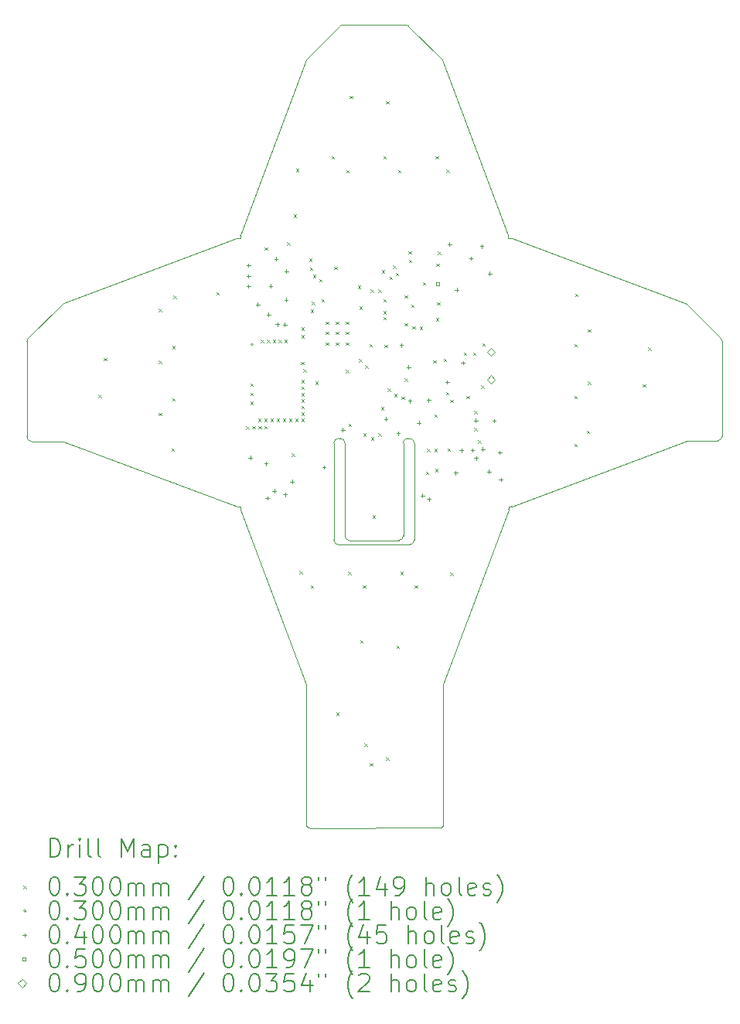
<source format=gbr>
%TF.GenerationSoftware,KiCad,Pcbnew,9.0.3*%
%TF.CreationDate,2025-08-05T11:28:11+01:00*%
%TF.ProjectId,Badge ESC 2025,42616467-6520-4455-9343-20323032352e,rev?*%
%TF.SameCoordinates,Original*%
%TF.FileFunction,Drillmap*%
%TF.FilePolarity,Positive*%
%FSLAX45Y45*%
G04 Gerber Fmt 4.5, Leading zero omitted, Abs format (unit mm)*
G04 Created by KiCad (PCBNEW 9.0.3) date 2025-08-05 11:28:11*
%MOMM*%
%LPD*%
G01*
G04 APERTURE LIST*
%ADD10C,0.100000*%
%ADD11C,0.050000*%
%ADD12C,0.200000*%
G04 APERTURE END LIST*
D10*
X15106746Y-8175107D02*
G75*
G02*
X15111461Y-8174451I2964J-4033D01*
G01*
D11*
X13164000Y-10416000D02*
G75*
G02*
X13214000Y-10366000I50000J0D01*
G01*
X13994000Y-10365000D02*
G75*
G02*
X14044000Y-10415000I0J-50000D01*
G01*
D10*
X15076608Y-8173100D02*
X15078860Y-8174588D01*
X12141042Y-11116103D02*
X12139468Y-11113779D01*
X10205942Y-8888282D02*
X10185790Y-8899263D01*
D11*
X13164000Y-10815000D02*
X13164000Y-10416000D01*
D10*
X12141588Y-11118823D02*
X12141042Y-11116103D01*
X10206901Y-10402904D02*
X12104614Y-11112430D01*
D11*
X14044000Y-11479000D02*
G75*
G02*
X13994000Y-11529000I-50000J0D01*
G01*
X13874000Y-11483000D02*
X13335000Y-11483000D01*
D10*
X12137214Y-11112292D02*
X12134512Y-11111756D01*
X17399514Y-9264409D02*
X17029340Y-8894929D01*
D11*
X13235000Y-10366000D02*
G75*
G02*
X13285000Y-10416000I0J-50000D01*
G01*
X13295000Y-11529000D02*
X13295000Y-11530000D01*
D10*
X12109330Y-11111772D02*
G75*
G02*
X12104616Y-11112426I-2960J4022D01*
G01*
X15113321Y-11110524D02*
X17010133Y-10398595D01*
X9801452Y-9304586D02*
G75*
G02*
X9816083Y-9269209I49998J36D01*
G01*
X12139186Y-8172617D02*
X12139720Y-8169915D01*
X12909728Y-14630920D02*
X12909293Y-14630919D01*
X12908858Y-14630916D01*
X12908428Y-14630911D01*
X12907999Y-14630905D01*
X12907574Y-14630896D01*
X12907150Y-14630885D01*
X12906731Y-14630873D01*
X12906312Y-14630858D01*
X12905898Y-14630842D01*
X12905484Y-14630823D01*
X12905076Y-14630803D01*
X12904667Y-14630781D01*
X12904264Y-14630757D01*
X12903860Y-14630731D01*
X12903462Y-14630703D01*
X12903063Y-14630673D01*
X12902670Y-14630642D01*
X12902277Y-14630608D01*
X12901888Y-14630573D01*
X12901500Y-14630536D01*
X12901116Y-14630497D01*
X12900733Y-14630457D01*
X12900354Y-14630414D01*
X12899975Y-14630370D01*
X12899601Y-14630325D01*
X12899228Y-14630277D01*
X12898858Y-14630228D01*
X12898489Y-14630177D01*
X12898125Y-14630124D01*
X12897761Y-14630069D01*
X12897401Y-14630013D01*
X12897041Y-14629955D01*
X12896686Y-14629896D01*
X12896331Y-14629835D01*
X12895980Y-14629772D01*
X12895630Y-14629708D01*
X12895283Y-14629642D01*
X12894938Y-14629574D01*
X12894596Y-14629505D01*
X12894254Y-14629434D01*
X12893917Y-14629361D01*
X12893580Y-14629287D01*
X12893247Y-14629212D01*
X12892914Y-14629134D01*
X12892585Y-14629056D01*
X12892257Y-14628975D01*
X12891932Y-14628893D01*
X12891608Y-14628810D01*
X12891288Y-14628725D01*
X12890968Y-14628638D01*
X12890652Y-14628550D01*
X12890336Y-14628460D01*
X12890024Y-14628370D01*
X12889713Y-14628277D01*
X12889405Y-14628183D01*
X12889097Y-14628087D01*
X12888793Y-14627990D01*
X12888490Y-14627892D01*
X12888190Y-14627792D01*
X12887891Y-14627690D01*
X12887594Y-14627588D01*
X12887299Y-14627483D01*
X12887007Y-14627377D01*
X12886715Y-14627270D01*
X12886481Y-14627182D01*
X12102756Y-8176354D02*
X10205942Y-8888282D01*
X14361741Y-13059984D02*
X15077028Y-11146863D01*
X13229007Y-5851964D02*
X12859527Y-6222138D01*
X12139705Y-8144733D02*
G75*
G02*
X12139049Y-8140015I4025J2963D01*
G01*
D11*
X13974000Y-10365000D02*
X13994000Y-10365000D01*
X14044000Y-10814000D02*
X14044000Y-11479000D01*
D10*
X15078377Y-11112009D02*
X15076889Y-11114262D01*
D11*
X13164000Y-11480000D02*
X13164000Y-10815000D01*
D10*
X17399514Y-9264409D02*
G75*
G02*
X17414192Y-9299766I-35304J-35381D01*
G01*
X12141588Y-11118823D02*
X12141603Y-11144005D01*
X13946889Y-5836853D02*
X13264364Y-5837286D01*
X15076889Y-11114262D02*
X15076355Y-11116964D01*
X15113321Y-11110524D02*
G75*
G02*
X15108605Y-11109872I-1761J4644D01*
G01*
X12132654Y-8176989D02*
X12135373Y-8176443D01*
X9801452Y-9304586D02*
X9802113Y-10347390D01*
X15075123Y-8138156D02*
G75*
G02*
X15074471Y-8142872I-4694J-1754D01*
G01*
X14339229Y-14624918D02*
X14327159Y-14628752D01*
X14350874Y-14616566D02*
X14350502Y-14616956D01*
X14350124Y-14617340D01*
X14349741Y-14617718D01*
X14349351Y-14618090D01*
X14348956Y-14618457D01*
X14348556Y-14618819D01*
X14348149Y-14619175D01*
X14347737Y-14619525D01*
X14347319Y-14619870D01*
X14346895Y-14620209D01*
X14346465Y-14620543D01*
X14346029Y-14620872D01*
X14345587Y-14621195D01*
X14345139Y-14621512D01*
X14344684Y-14621825D01*
X14344224Y-14622132D01*
X14343757Y-14622433D01*
X14343283Y-14622729D01*
X14342804Y-14623020D01*
X14342317Y-14623305D01*
X14341824Y-14623585D01*
X14341325Y-14623860D01*
X14340818Y-14624129D01*
X14340305Y-14624393D01*
X14339785Y-14624651D01*
X14339259Y-14624904D01*
X14339229Y-14624918D01*
X12140952Y-11148721D02*
G75*
G02*
X12141605Y-11144007I4698J1751D01*
G01*
X12135373Y-8176443D02*
X12137697Y-8174871D01*
X15076371Y-11142147D02*
X15076355Y-11116964D01*
X17414852Y-10342569D02*
G75*
G02*
X17364883Y-10392602I-49992J-41D01*
G01*
D11*
X13924000Y-11433000D02*
G75*
G02*
X13874000Y-11483000I-50000J0D01*
G01*
D10*
X17030288Y-10392812D02*
X17364883Y-10392600D01*
X14362777Y-14580000D02*
X14361741Y-13059984D01*
X15106746Y-8175107D02*
X15081562Y-8175123D01*
X13946889Y-5836853D02*
G75*
G02*
X13982268Y-5851485I51J-49967D01*
G01*
X14327159Y-14628752D02*
X14312810Y-14630030D01*
X14363194Y-6241344D02*
X14352213Y-6221193D01*
X12858662Y-13060935D02*
X12859697Y-14580000D01*
X12139468Y-11113779D02*
X12137214Y-11112292D01*
D11*
X13924000Y-10415000D02*
G75*
G02*
X13974000Y-10365000I50000J0D01*
G01*
X13335000Y-11483000D02*
G75*
G02*
X13285000Y-11433000I0J50000D01*
G01*
D10*
X9852144Y-10397358D02*
G75*
G02*
X9802112Y-10347390I-44J49988D01*
G01*
X12864809Y-14607370D02*
X12860975Y-14595301D01*
X13229007Y-5851964D02*
G75*
G02*
X13264364Y-5837287I35373J-35286D01*
G01*
X9852144Y-10397358D02*
X10186739Y-10397145D01*
X12860975Y-14595301D02*
X12859697Y-14580951D01*
X12137697Y-8174871D02*
X12139186Y-8172617D01*
D11*
X13924000Y-11433000D02*
X13924000Y-10415000D01*
D10*
X17029340Y-8894929D02*
X17009173Y-8883975D01*
X15083422Y-11109889D02*
X15080701Y-11110435D01*
X15075123Y-8138156D02*
X14363194Y-6241344D01*
X15074488Y-8168057D02*
X15074472Y-8142873D01*
X12102756Y-8176354D02*
G75*
G02*
X12107471Y-8177007I1754J-4686D01*
G01*
X15080701Y-11110435D02*
X15078377Y-11112009D01*
X12873161Y-14619016D02*
X12872772Y-14618644D01*
X12872388Y-14618266D01*
X12872010Y-14617883D01*
X12871638Y-14617494D01*
X12871271Y-14617099D01*
X12870909Y-14616699D01*
X12870554Y-14616293D01*
X12870203Y-14615881D01*
X12869859Y-14615463D01*
X12869519Y-14615039D01*
X12869186Y-14614610D01*
X12868857Y-14614174D01*
X12868534Y-14613732D01*
X12868216Y-14613284D01*
X12867904Y-14612830D01*
X12867598Y-14612369D01*
X12867296Y-14611903D01*
X12867000Y-14611430D01*
X12866710Y-14610950D01*
X12866424Y-14610464D01*
X12866145Y-14609971D01*
X12865870Y-14609472D01*
X12865601Y-14608966D01*
X12865338Y-14608453D01*
X12865080Y-14607934D01*
X12864827Y-14607407D01*
X12864809Y-14607370D01*
D11*
X13214000Y-11530000D02*
G75*
G02*
X13164000Y-11480000I0J50000D01*
G01*
D10*
X10186739Y-10397145D02*
X10206901Y-10402904D01*
X17414852Y-10342569D02*
X17414191Y-9299766D01*
X12859527Y-6222138D02*
X12848573Y-6242303D01*
X15074488Y-8168057D02*
X15075034Y-8170775D01*
X15076371Y-11142147D02*
G75*
G02*
X15077027Y-11146863I-4021J-2963D01*
G01*
X12909728Y-14630920D02*
X14312810Y-14630030D01*
X15075034Y-8170775D02*
X15076608Y-8173100D01*
X10185790Y-8899263D02*
X9816085Y-9269211D01*
X15078860Y-8174588D02*
X15081562Y-8175123D01*
D11*
X13214000Y-10366000D02*
X13235000Y-10366000D01*
X13285000Y-10416000D02*
X13285000Y-11433000D01*
D10*
X12109330Y-11111772D02*
X12134512Y-11111756D01*
X12132654Y-8176989D02*
X12107473Y-8177005D01*
X14352213Y-6221193D02*
X13982266Y-5851487D01*
X12848573Y-6242303D02*
X12139047Y-8140015D01*
X15083422Y-11109889D02*
X15108604Y-11109873D01*
D11*
X14044000Y-10415000D02*
X14044000Y-10814000D01*
X13295000Y-11530000D02*
X13214000Y-11530000D01*
D10*
X12140952Y-11148721D02*
X12858662Y-13060935D01*
X12886481Y-14627182D02*
X12886194Y-14627072D01*
X12885908Y-14626961D01*
X12885625Y-14626848D01*
X12885343Y-14626734D01*
X12885064Y-14626619D01*
X12884785Y-14626502D01*
X12884510Y-14626384D01*
X12884235Y-14626264D01*
X12883963Y-14626143D01*
X12883693Y-14626020D01*
X12883424Y-14625897D01*
X12883157Y-14625771D01*
X12882892Y-14625645D01*
X12882629Y-14625517D01*
X12882367Y-14625388D01*
X12882107Y-14625257D01*
X12881850Y-14625125D01*
X12881593Y-14624991D01*
X12881339Y-14624856D01*
X12881086Y-14624720D01*
X12880835Y-14624583D01*
X12880585Y-14624444D01*
X12880338Y-14624304D01*
X12880091Y-14624162D01*
X12879847Y-14624019D01*
X12879604Y-14623875D01*
X12879363Y-14623729D01*
X12879124Y-14623582D01*
X12878886Y-14623434D01*
X12878650Y-14623284D01*
X12878415Y-14623133D01*
X12878182Y-14622980D01*
X12877951Y-14622827D01*
X12877721Y-14622671D01*
X12877493Y-14622515D01*
X12877266Y-14622357D01*
X12877042Y-14622198D01*
X12876818Y-14622037D01*
X12876596Y-14621876D01*
X12876376Y-14621712D01*
X12876157Y-14621548D01*
X12875939Y-14621382D01*
X12875724Y-14621215D01*
X12875509Y-14621046D01*
X12875297Y-14620876D01*
X12875085Y-14620704D01*
X12874876Y-14620532D01*
X12874667Y-14620357D01*
X12874461Y-14620182D01*
X12874255Y-14620005D01*
X12874052Y-14619827D01*
X12873849Y-14619647D01*
X12873648Y-14619466D01*
X12873449Y-14619283D01*
X12873161Y-14619016D01*
X14359039Y-14603247D02*
X14358929Y-14603534D01*
X14358818Y-14603819D01*
X14358706Y-14604102D01*
X14358592Y-14604384D01*
X14358477Y-14604663D01*
X14358360Y-14604941D01*
X14358242Y-14605216D01*
X14358122Y-14605491D01*
X14358001Y-14605763D01*
X14357879Y-14606033D01*
X14357755Y-14606302D01*
X14357630Y-14606569D01*
X14357503Y-14606833D01*
X14357375Y-14607097D01*
X14357246Y-14607358D01*
X14357115Y-14607618D01*
X14356984Y-14607876D01*
X14356850Y-14608132D01*
X14356716Y-14608386D01*
X14356579Y-14608640D01*
X14356442Y-14608890D01*
X14356303Y-14609140D01*
X14356163Y-14609388D01*
X14356021Y-14609634D01*
X14355879Y-14609878D01*
X14355734Y-14610121D01*
X14355589Y-14610362D01*
X14355442Y-14610601D01*
X14355293Y-14610839D01*
X14355144Y-14611075D01*
X14354993Y-14611310D01*
X14354840Y-14611543D01*
X14354687Y-14611774D01*
X14354531Y-14612004D01*
X14354375Y-14612232D01*
X14354217Y-14612459D01*
X14354058Y-14612683D01*
X14353898Y-14612907D01*
X14353736Y-14613129D01*
X14353573Y-14613349D01*
X14353408Y-14613568D01*
X14353242Y-14613785D01*
X14353075Y-14614001D01*
X14352906Y-14614215D01*
X14352737Y-14614428D01*
X14352565Y-14614639D01*
X14352393Y-14614849D01*
X14352218Y-14615057D01*
X14352043Y-14615264D01*
X14351866Y-14615469D01*
X14351688Y-14615673D01*
X14351508Y-14615875D01*
X14351327Y-14616076D01*
X14351145Y-14616276D01*
X14350874Y-14616566D01*
D11*
X13994000Y-11529000D02*
X13295000Y-11529000D01*
D10*
X17009173Y-8883975D02*
X15111461Y-8174450D01*
X17010133Y-10398595D02*
X17030288Y-10392812D01*
X14362777Y-14580000D02*
X14362776Y-14580436D01*
X14362773Y-14580872D01*
X14362769Y-14581302D01*
X14362762Y-14581733D01*
X14362753Y-14582158D01*
X14362742Y-14582583D01*
X14362730Y-14583002D01*
X14362715Y-14583422D01*
X14362699Y-14583836D01*
X14362680Y-14584251D01*
X14362660Y-14584660D01*
X14362637Y-14585069D01*
X14362613Y-14585472D01*
X14362587Y-14585876D01*
X14362560Y-14586275D01*
X14362530Y-14586674D01*
X14362498Y-14587067D01*
X14362465Y-14587461D01*
X14362430Y-14587849D01*
X14362393Y-14588238D01*
X14362354Y-14588621D01*
X14362313Y-14589005D01*
X14362271Y-14589384D01*
X14362227Y-14589762D01*
X14362181Y-14590136D01*
X14362133Y-14590510D01*
X14362084Y-14590879D01*
X14362033Y-14591248D01*
X14361981Y-14591612D01*
X14361926Y-14591976D01*
X14361870Y-14592336D01*
X14361812Y-14592695D01*
X14361753Y-14593050D01*
X14361692Y-14593405D01*
X14361629Y-14593756D01*
X14361564Y-14594106D01*
X14361499Y-14594452D01*
X14361431Y-14594797D01*
X14361362Y-14595139D01*
X14361291Y-14595480D01*
X14361218Y-14595817D01*
X14361144Y-14596154D01*
X14361069Y-14596486D01*
X14360991Y-14596819D01*
X14360913Y-14597147D01*
X14360832Y-14597475D01*
X14360750Y-14597799D01*
X14360667Y-14598123D01*
X14360582Y-14598443D01*
X14360495Y-14598762D01*
X14360408Y-14599078D01*
X14360318Y-14599393D01*
X14360227Y-14599705D01*
X14360134Y-14600016D01*
X14360041Y-14600324D01*
X14359945Y-14600631D01*
X14359848Y-14600934D01*
X14359749Y-14601237D01*
X14359650Y-14601537D01*
X14359548Y-14601836D01*
X14359446Y-14602131D01*
X14359341Y-14602426D01*
X14359236Y-14602718D01*
X14359128Y-14603009D01*
X14359039Y-14603247D01*
X12139705Y-8144733D02*
X12139720Y-8169915D01*
D12*
D10*
X10585000Y-9885000D02*
X10615000Y-9915000D01*
X10615000Y-9885000D02*
X10585000Y-9915000D01*
X10645000Y-9485000D02*
X10675000Y-9515000D01*
X10675000Y-9485000D02*
X10645000Y-9515000D01*
X11245000Y-8945000D02*
X11275000Y-8975000D01*
X11275000Y-8945000D02*
X11245000Y-8975000D01*
X11245000Y-9515000D02*
X11275000Y-9545000D01*
X11275000Y-9515000D02*
X11245000Y-9545000D01*
X11245000Y-10085000D02*
X11275000Y-10115000D01*
X11275000Y-10085000D02*
X11245000Y-10115000D01*
X11385000Y-10475000D02*
X11415000Y-10505000D01*
X11415000Y-10475000D02*
X11385000Y-10505000D01*
X11395000Y-9355000D02*
X11425000Y-9385000D01*
X11425000Y-9355000D02*
X11395000Y-9385000D01*
X11395000Y-9925000D02*
X11425000Y-9955000D01*
X11425000Y-9925000D02*
X11395000Y-9955000D01*
X11407000Y-8802369D02*
X11437000Y-8832369D01*
X11437000Y-8802369D02*
X11407000Y-8832369D01*
X11875000Y-8765000D02*
X11905000Y-8795000D01*
X11905000Y-8765000D02*
X11875000Y-8795000D01*
X12205000Y-10235000D02*
X12235000Y-10265000D01*
X12235000Y-10235000D02*
X12205000Y-10265000D01*
X12250950Y-9764350D02*
X12280950Y-9794350D01*
X12280950Y-9764350D02*
X12250950Y-9794350D01*
X12250950Y-9864350D02*
X12280950Y-9894350D01*
X12280950Y-9864350D02*
X12250950Y-9894350D01*
X12250950Y-9964250D02*
X12280950Y-9994250D01*
X12280950Y-9964250D02*
X12250950Y-9994250D01*
X12270286Y-10231000D02*
X12300286Y-10261000D01*
X12300286Y-10231000D02*
X12270286Y-10261000D01*
X12335000Y-10150000D02*
X12365000Y-10180000D01*
X12365000Y-10150000D02*
X12335000Y-10180000D01*
X12336571Y-10231000D02*
X12366571Y-10261000D01*
X12366571Y-10231000D02*
X12336571Y-10261000D01*
X12364571Y-9284000D02*
X12394571Y-9314000D01*
X12394571Y-9284000D02*
X12364571Y-9314000D01*
X12402857Y-10150000D02*
X12432857Y-10180000D01*
X12432857Y-10150000D02*
X12402857Y-10180000D01*
X12402857Y-10231000D02*
X12432857Y-10261000D01*
X12432857Y-10231000D02*
X12402857Y-10261000D01*
X12405000Y-8275000D02*
X12435000Y-8305000D01*
X12435000Y-8275000D02*
X12405000Y-8305000D01*
X12429143Y-9284000D02*
X12459143Y-9314000D01*
X12459143Y-9284000D02*
X12429143Y-9314000D01*
X12470714Y-10150000D02*
X12500714Y-10180000D01*
X12500714Y-10150000D02*
X12470714Y-10180000D01*
X12493714Y-9284000D02*
X12523714Y-9314000D01*
X12523714Y-9284000D02*
X12493714Y-9314000D01*
X12538571Y-10150000D02*
X12568571Y-10180000D01*
X12568571Y-10150000D02*
X12538571Y-10180000D01*
X12558286Y-9284000D02*
X12588286Y-9314000D01*
X12588286Y-9284000D02*
X12558286Y-9314000D01*
X12606429Y-10150000D02*
X12636429Y-10180000D01*
X12636429Y-10150000D02*
X12606429Y-10180000D01*
X12622857Y-9284000D02*
X12652857Y-9314000D01*
X12652857Y-9284000D02*
X12622857Y-9314000D01*
X12649679Y-8218365D02*
X12679679Y-8248365D01*
X12679679Y-8218365D02*
X12649679Y-8248365D01*
X12674286Y-10150000D02*
X12704286Y-10180000D01*
X12704286Y-10150000D02*
X12674286Y-10180000D01*
X12701000Y-10532000D02*
X12731000Y-10562000D01*
X12731000Y-10532000D02*
X12701000Y-10562000D01*
X12725000Y-7915000D02*
X12755000Y-7945000D01*
X12755000Y-7915000D02*
X12725000Y-7945000D01*
X12742143Y-10150000D02*
X12772143Y-10180000D01*
X12772143Y-10150000D02*
X12742143Y-10180000D01*
X12747380Y-7415380D02*
X12777380Y-7445380D01*
X12777380Y-7415380D02*
X12747380Y-7445380D01*
X12788000Y-11816000D02*
X12818000Y-11846000D01*
X12818000Y-11816000D02*
X12788000Y-11846000D01*
X12801832Y-9526197D02*
X12831832Y-9556197D01*
X12831832Y-9526197D02*
X12801832Y-9556197D01*
X12808000Y-9727000D02*
X12838000Y-9757000D01*
X12838000Y-9727000D02*
X12808000Y-9757000D01*
X12808000Y-9797500D02*
X12838000Y-9827500D01*
X12838000Y-9797500D02*
X12808000Y-9827500D01*
X12808000Y-9868000D02*
X12838000Y-9898000D01*
X12838000Y-9868000D02*
X12808000Y-9898000D01*
X12808000Y-9938500D02*
X12838000Y-9968500D01*
X12838000Y-9938500D02*
X12808000Y-9968500D01*
X12808000Y-10009000D02*
X12838000Y-10039000D01*
X12838000Y-10009000D02*
X12808000Y-10039000D01*
X12808000Y-10079500D02*
X12838000Y-10109500D01*
X12838000Y-10079500D02*
X12808000Y-10109500D01*
X12808000Y-10150000D02*
X12838000Y-10180000D01*
X12838000Y-10150000D02*
X12808000Y-10180000D01*
X12809522Y-9233227D02*
X12839522Y-9263227D01*
X12839522Y-9233227D02*
X12809522Y-9263227D01*
X12810055Y-9148229D02*
X12840055Y-9178229D01*
X12840055Y-9148229D02*
X12810055Y-9178229D01*
X12830133Y-9606348D02*
X12860133Y-9636348D01*
X12860133Y-9606348D02*
X12830133Y-9636348D01*
X12893000Y-8395000D02*
X12923000Y-8425000D01*
X12923000Y-8395000D02*
X12893000Y-8425000D01*
X12901897Y-8493978D02*
X12931897Y-8523978D01*
X12931897Y-8493978D02*
X12901897Y-8523978D01*
X12907878Y-8955981D02*
X12937878Y-8985981D01*
X12937878Y-8955981D02*
X12907878Y-8985981D01*
X12910000Y-11974000D02*
X12940000Y-12004000D01*
X12940000Y-11974000D02*
X12910000Y-12004000D01*
X12923891Y-8868891D02*
X12953891Y-8898891D01*
X12953891Y-8868891D02*
X12923891Y-8898891D01*
X12935000Y-8575000D02*
X12965000Y-8605000D01*
X12965000Y-8575000D02*
X12935000Y-8605000D01*
X12961000Y-9745000D02*
X12991000Y-9775000D01*
X12991000Y-9745000D02*
X12961000Y-9775000D01*
X13003548Y-8621229D02*
X13033548Y-8651229D01*
X13033548Y-8621229D02*
X13003548Y-8651229D01*
X13027500Y-8842500D02*
X13057500Y-8872500D01*
X13057500Y-8842500D02*
X13027500Y-8872500D01*
X13075000Y-9085000D02*
X13105000Y-9115000D01*
X13105000Y-9085000D02*
X13075000Y-9115000D01*
X13075000Y-9195000D02*
X13105000Y-9225000D01*
X13105000Y-9195000D02*
X13075000Y-9225000D01*
X13075000Y-9315000D02*
X13105000Y-9345000D01*
X13105000Y-9315000D02*
X13075000Y-9345000D01*
X13137380Y-7275380D02*
X13167380Y-7305380D01*
X13167380Y-7275380D02*
X13137380Y-7305380D01*
X13167500Y-8485500D02*
X13197500Y-8515500D01*
X13197500Y-8485500D02*
X13167500Y-8515500D01*
X13185000Y-9085000D02*
X13215000Y-9115000D01*
X13215000Y-9085000D02*
X13185000Y-9115000D01*
X13185000Y-9195000D02*
X13215000Y-9225000D01*
X13215000Y-9195000D02*
X13185000Y-9225000D01*
X13185000Y-9315000D02*
X13215000Y-9345000D01*
X13215000Y-9315000D02*
X13185000Y-9345000D01*
X13190000Y-13365000D02*
X13220000Y-13395000D01*
X13220000Y-13365000D02*
X13190000Y-13395000D01*
X13293500Y-9613500D02*
X13323500Y-9643500D01*
X13323500Y-9613500D02*
X13293500Y-9643500D01*
X13295000Y-9085000D02*
X13325000Y-9115000D01*
X13325000Y-9085000D02*
X13295000Y-9115000D01*
X13295000Y-9195000D02*
X13325000Y-9225000D01*
X13325000Y-9195000D02*
X13295000Y-9225000D01*
X13295000Y-9315000D02*
X13325000Y-9345000D01*
X13325000Y-9315000D02*
X13295000Y-9345000D01*
X13297380Y-7425380D02*
X13327380Y-7455380D01*
X13327380Y-7425380D02*
X13297380Y-7455380D01*
X13320000Y-11824000D02*
X13350000Y-11854000D01*
X13350000Y-11824000D02*
X13320000Y-11854000D01*
X13323529Y-10203992D02*
X13353529Y-10233992D01*
X13353529Y-10203992D02*
X13323529Y-10233992D01*
X13337380Y-6615380D02*
X13367380Y-6645380D01*
X13367380Y-6615380D02*
X13337380Y-6645380D01*
X13426000Y-8692000D02*
X13456000Y-8722000D01*
X13456000Y-8692000D02*
X13426000Y-8722000D01*
X13438000Y-9496000D02*
X13468000Y-9526000D01*
X13468000Y-9496000D02*
X13438000Y-9526000D01*
X13442000Y-8923000D02*
X13472000Y-8953000D01*
X13472000Y-8923000D02*
X13442000Y-8953000D01*
X13450000Y-12574000D02*
X13480000Y-12604000D01*
X13480000Y-12574000D02*
X13450000Y-12604000D01*
X13480000Y-11974000D02*
X13510000Y-12004000D01*
X13510000Y-11974000D02*
X13480000Y-12004000D01*
X13483933Y-10308679D02*
X13513933Y-10338679D01*
X13513933Y-10308679D02*
X13483933Y-10338679D01*
X13497000Y-13707000D02*
X13527000Y-13737000D01*
X13527000Y-13707000D02*
X13497000Y-13737000D01*
X13506000Y-9563000D02*
X13536000Y-9593000D01*
X13536000Y-9563000D02*
X13506000Y-9593000D01*
X13553000Y-9331000D02*
X13583000Y-9361000D01*
X13583000Y-9331000D02*
X13553000Y-9361000D01*
X13558000Y-13921000D02*
X13588000Y-13951000D01*
X13588000Y-13921000D02*
X13558000Y-13951000D01*
X13567000Y-8735000D02*
X13597000Y-8765000D01*
X13597000Y-8735000D02*
X13567000Y-8765000D01*
X13569500Y-10353849D02*
X13599500Y-10383849D01*
X13599500Y-10353849D02*
X13569500Y-10383849D01*
X13588000Y-11206000D02*
X13618000Y-11236000D01*
X13618000Y-11206000D02*
X13588000Y-11236000D01*
X13651000Y-8736000D02*
X13681000Y-8766000D01*
X13681000Y-8736000D02*
X13651000Y-8766000D01*
X13651000Y-10309000D02*
X13681000Y-10339000D01*
X13681000Y-10309000D02*
X13651000Y-10339000D01*
X13679038Y-10023962D02*
X13709038Y-10053962D01*
X13709038Y-10023962D02*
X13679038Y-10053962D01*
X13689900Y-8524953D02*
X13719900Y-8554953D01*
X13719900Y-8524953D02*
X13689900Y-8554953D01*
X13705000Y-8972462D02*
X13735000Y-9002462D01*
X13735000Y-8972462D02*
X13705000Y-9002462D01*
X13705000Y-9035000D02*
X13735000Y-9065000D01*
X13735000Y-9035000D02*
X13705000Y-9065000D01*
X13706514Y-8840112D02*
X13736514Y-8870112D01*
X13736514Y-8840112D02*
X13706514Y-8870112D01*
X13707380Y-7275380D02*
X13737380Y-7305380D01*
X13737380Y-7275380D02*
X13707380Y-7305380D01*
X13719194Y-9339194D02*
X13749194Y-9369194D01*
X13749194Y-9339194D02*
X13719194Y-9369194D01*
X13737000Y-13857000D02*
X13767000Y-13887000D01*
X13767000Y-13857000D02*
X13737000Y-13887000D01*
X13737380Y-6675380D02*
X13767380Y-6705380D01*
X13767380Y-6675380D02*
X13737380Y-6705380D01*
X13750000Y-9821000D02*
X13780000Y-9851000D01*
X13780000Y-9821000D02*
X13750000Y-9851000D01*
X13773010Y-8596087D02*
X13803010Y-8626087D01*
X13803010Y-8596087D02*
X13773010Y-8626087D01*
X13811760Y-8473267D02*
X13841760Y-8503267D01*
X13841760Y-8473267D02*
X13811760Y-8503267D01*
X13824486Y-9878278D02*
X13854486Y-9908278D01*
X13854486Y-9878278D02*
X13824486Y-9908278D01*
X13842900Y-8552100D02*
X13872900Y-8582100D01*
X13872900Y-8552100D02*
X13842900Y-8582100D01*
X13850000Y-12634000D02*
X13880000Y-12664000D01*
X13880000Y-12634000D02*
X13850000Y-12664000D01*
X13867380Y-7425380D02*
X13897380Y-7455380D01*
X13897380Y-7425380D02*
X13867380Y-7455380D01*
X13890000Y-11824000D02*
X13920000Y-11854000D01*
X13920000Y-11824000D02*
X13890000Y-11854000D01*
X13906100Y-9909500D02*
X13936100Y-9939500D01*
X13936100Y-9909500D02*
X13906100Y-9939500D01*
X13936800Y-9709300D02*
X13966800Y-9739300D01*
X13966800Y-9709300D02*
X13936800Y-9739300D01*
X13937000Y-8799000D02*
X13967000Y-8829000D01*
X13967000Y-8799000D02*
X13937000Y-8829000D01*
X13937000Y-9102000D02*
X13967000Y-9132000D01*
X13967000Y-9102000D02*
X13937000Y-9132000D01*
X13980000Y-8318000D02*
X14010000Y-8348000D01*
X14010000Y-8318000D02*
X13980000Y-8348000D01*
X13986000Y-8411000D02*
X14016000Y-8441000D01*
X14016000Y-8411000D02*
X13986000Y-8441000D01*
X14012143Y-8898796D02*
X14042143Y-8928796D01*
X14042143Y-8898796D02*
X14012143Y-8928796D01*
X14022000Y-9139000D02*
X14052000Y-9169000D01*
X14052000Y-9139000D02*
X14022000Y-9169000D01*
X14050000Y-11974000D02*
X14080000Y-12004000D01*
X14080000Y-11974000D02*
X14050000Y-12004000D01*
X14102330Y-9142471D02*
X14132330Y-9172471D01*
X14132330Y-9142471D02*
X14102330Y-9172471D01*
X14136000Y-8656000D02*
X14166000Y-8686000D01*
X14166000Y-8656000D02*
X14136000Y-8686000D01*
X14172000Y-10729000D02*
X14202000Y-10759000D01*
X14202000Y-10729000D02*
X14172000Y-10759000D01*
X14183800Y-10478500D02*
X14213800Y-10508500D01*
X14213800Y-10478500D02*
X14183800Y-10508500D01*
X14250300Y-9508800D02*
X14280300Y-9538800D01*
X14280300Y-9508800D02*
X14250300Y-9538800D01*
X14263700Y-10480000D02*
X14293700Y-10510000D01*
X14293700Y-10480000D02*
X14263700Y-10510000D01*
X14264600Y-10104200D02*
X14294600Y-10134200D01*
X14294600Y-10104200D02*
X14264600Y-10134200D01*
X14272968Y-10701271D02*
X14302968Y-10731271D01*
X14302968Y-10701271D02*
X14272968Y-10731271D01*
X14277380Y-7275380D02*
X14307380Y-7305380D01*
X14307380Y-7275380D02*
X14277380Y-7305380D01*
X14280000Y-9049000D02*
X14310000Y-9079000D01*
X14310000Y-9049000D02*
X14280000Y-9079000D01*
X14284000Y-8450000D02*
X14314000Y-8480000D01*
X14314000Y-8450000D02*
X14284000Y-8480000D01*
X14292000Y-8876000D02*
X14322000Y-8906000D01*
X14322000Y-8876000D02*
X14292000Y-8906000D01*
X14304000Y-8319000D02*
X14334000Y-8349000D01*
X14334000Y-8319000D02*
X14304000Y-8349000D01*
X14365000Y-9493100D02*
X14395000Y-9523100D01*
X14395000Y-9493100D02*
X14365000Y-9523100D01*
X14393000Y-9856000D02*
X14423000Y-9886000D01*
X14423000Y-9856000D02*
X14393000Y-9886000D01*
X14397000Y-7422000D02*
X14427000Y-7452000D01*
X14427000Y-7422000D02*
X14397000Y-7452000D01*
X14407287Y-10475995D02*
X14437287Y-10505995D01*
X14437287Y-10475995D02*
X14407287Y-10505995D01*
X14439000Y-9941000D02*
X14469000Y-9971000D01*
X14469000Y-9941000D02*
X14439000Y-9971000D01*
X14440000Y-11834000D02*
X14470000Y-11864000D01*
X14470000Y-11834000D02*
X14440000Y-11864000D01*
X14586000Y-9425000D02*
X14616000Y-9455000D01*
X14616000Y-9425000D02*
X14586000Y-9455000D01*
X14614500Y-9898900D02*
X14644500Y-9928900D01*
X14644500Y-9898900D02*
X14614500Y-9928900D01*
X14688000Y-9424000D02*
X14718000Y-9454000D01*
X14718000Y-9424000D02*
X14688000Y-9454000D01*
X14702600Y-10063800D02*
X14732600Y-10093800D01*
X14732600Y-10063800D02*
X14702600Y-10093800D01*
X14702600Y-10251600D02*
X14732600Y-10281600D01*
X14732600Y-10251600D02*
X14702600Y-10281600D01*
X14742900Y-10385300D02*
X14772900Y-10415300D01*
X14772900Y-10385300D02*
X14742900Y-10415300D01*
X14775000Y-9785000D02*
X14805000Y-9815000D01*
X14805000Y-9785000D02*
X14775000Y-9815000D01*
X14790000Y-9325000D02*
X14820000Y-9355000D01*
X14820000Y-9325000D02*
X14790000Y-9355000D01*
X15795000Y-10425000D02*
X15825000Y-10455000D01*
X15825000Y-10425000D02*
X15795000Y-10455000D01*
X15796000Y-9901000D02*
X15826000Y-9931000D01*
X15826000Y-9901000D02*
X15796000Y-9931000D01*
X15796000Y-9331000D02*
X15826000Y-9361000D01*
X15826000Y-9331000D02*
X15796000Y-9361000D01*
X15806000Y-8781000D02*
X15836000Y-8811000D01*
X15836000Y-8781000D02*
X15806000Y-8811000D01*
X15931000Y-10282000D02*
X15961000Y-10312000D01*
X15961000Y-10282000D02*
X15931000Y-10312000D01*
X15946000Y-9171000D02*
X15976000Y-9201000D01*
X15976000Y-9171000D02*
X15946000Y-9201000D01*
X15946000Y-9741000D02*
X15976000Y-9771000D01*
X15976000Y-9741000D02*
X15946000Y-9771000D01*
X16546000Y-9771000D02*
X16576000Y-9801000D01*
X16576000Y-9771000D02*
X16546000Y-9801000D01*
X16606000Y-9371000D02*
X16636000Y-9401000D01*
X16636000Y-9371000D02*
X16606000Y-9401000D01*
X12285000Y-9339000D02*
G75*
G02*
X12255000Y-9339000I-15000J0D01*
G01*
X12255000Y-9339000D02*
G75*
G02*
X12285000Y-9339000I15000J0D01*
G01*
X12230000Y-8450000D02*
X12230000Y-8490000D01*
X12210000Y-8470000D02*
X12250000Y-8470000D01*
X12230000Y-8570000D02*
X12230000Y-8610000D01*
X12210000Y-8590000D02*
X12250000Y-8590000D01*
X12230000Y-8680000D02*
X12230000Y-8720000D01*
X12210000Y-8700000D02*
X12250000Y-8700000D01*
X12250000Y-10557000D02*
X12250000Y-10597000D01*
X12230000Y-10577000D02*
X12270000Y-10577000D01*
X12330000Y-8880000D02*
X12330000Y-8920000D01*
X12310000Y-8900000D02*
X12350000Y-8900000D01*
X12420000Y-10620000D02*
X12420000Y-10660000D01*
X12400000Y-10640000D02*
X12440000Y-10640000D01*
X12435000Y-10999000D02*
X12435000Y-11039000D01*
X12415000Y-11019000D02*
X12455000Y-11019000D01*
X12450000Y-8990000D02*
X12450000Y-9030000D01*
X12430000Y-9010000D02*
X12470000Y-9010000D01*
X12471000Y-8676000D02*
X12471000Y-8716000D01*
X12451000Y-8696000D02*
X12491000Y-8696000D01*
X12510000Y-10919779D02*
X12510000Y-10959779D01*
X12490000Y-10939779D02*
X12530000Y-10939779D01*
X12530000Y-8380000D02*
X12530000Y-8420000D01*
X12510000Y-8400000D02*
X12550000Y-8400000D01*
X12544000Y-9096000D02*
X12544000Y-9136000D01*
X12524000Y-9116000D02*
X12564000Y-9116000D01*
X12628000Y-9099000D02*
X12628000Y-9139000D01*
X12608000Y-9119000D02*
X12648000Y-9119000D01*
X12630000Y-10960000D02*
X12630000Y-11000000D01*
X12610000Y-10980000D02*
X12650000Y-10980000D01*
X12640000Y-8830000D02*
X12640000Y-8870000D01*
X12620000Y-8850000D02*
X12660000Y-8850000D01*
X12645000Y-8515000D02*
X12645000Y-8555000D01*
X12625000Y-8535000D02*
X12665000Y-8535000D01*
X12707000Y-10819000D02*
X12707000Y-10859000D01*
X12687000Y-10839000D02*
X12727000Y-10839000D01*
X13055000Y-10660000D02*
X13055000Y-10700000D01*
X13035000Y-10680000D02*
X13075000Y-10680000D01*
X13262000Y-10250000D02*
X13262000Y-10290000D01*
X13242000Y-10270000D02*
X13282000Y-10270000D01*
X13733000Y-10133000D02*
X13733000Y-10173000D01*
X13713000Y-10153000D02*
X13753000Y-10153000D01*
X13869000Y-10291000D02*
X13869000Y-10331000D01*
X13849000Y-10311000D02*
X13889000Y-10311000D01*
X13902000Y-9325000D02*
X13902000Y-9365000D01*
X13882000Y-9345000D02*
X13922000Y-9345000D01*
X13980300Y-9564800D02*
X13980300Y-9604800D01*
X13960300Y-9584800D02*
X14000300Y-9584800D01*
X13995100Y-9935600D02*
X13995100Y-9975600D01*
X13975100Y-9955600D02*
X14015100Y-9955600D01*
X14094600Y-10175400D02*
X14094600Y-10215400D01*
X14074600Y-10195400D02*
X14114600Y-10195400D01*
X14134000Y-10970000D02*
X14134000Y-11010000D01*
X14114000Y-10990000D02*
X14154000Y-10990000D01*
X14203000Y-9928000D02*
X14203000Y-9968000D01*
X14183000Y-9948000D02*
X14223000Y-9948000D01*
X14204000Y-11011000D02*
X14204000Y-11051000D01*
X14184000Y-11031000D02*
X14224000Y-11031000D01*
X14404400Y-9730300D02*
X14404400Y-9770300D01*
X14384400Y-9750300D02*
X14424400Y-9750300D01*
X14430000Y-8220000D02*
X14430000Y-8260000D01*
X14410000Y-8240000D02*
X14450000Y-8240000D01*
X14498800Y-10723500D02*
X14498800Y-10763500D01*
X14478800Y-10743500D02*
X14518800Y-10743500D01*
X14510000Y-8720000D02*
X14510000Y-8760000D01*
X14490000Y-8740000D02*
X14530000Y-8740000D01*
X14559200Y-10476900D02*
X14559200Y-10516900D01*
X14539200Y-10496900D02*
X14579200Y-10496900D01*
X14576000Y-9517000D02*
X14576000Y-9557000D01*
X14556000Y-9537000D02*
X14596000Y-9537000D01*
X14665000Y-8375000D02*
X14665000Y-8415000D01*
X14645000Y-8395000D02*
X14685000Y-8395000D01*
X14680900Y-10474600D02*
X14680900Y-10514600D01*
X14660900Y-10494600D02*
X14700900Y-10494600D01*
X14717600Y-10150100D02*
X14717600Y-10190100D01*
X14697600Y-10170100D02*
X14737600Y-10170100D01*
X14722100Y-10562300D02*
X14722100Y-10602300D01*
X14702100Y-10582300D02*
X14742100Y-10582300D01*
X14782380Y-8240380D02*
X14782380Y-8280380D01*
X14762380Y-8260380D02*
X14802380Y-8260380D01*
X14794500Y-10462700D02*
X14794500Y-10502700D01*
X14774500Y-10482700D02*
X14814500Y-10482700D01*
X14863500Y-10708300D02*
X14863500Y-10748300D01*
X14843500Y-10728300D02*
X14883500Y-10728300D01*
X14870000Y-8540000D02*
X14870000Y-8580000D01*
X14850000Y-8560000D02*
X14890000Y-8560000D01*
X14919000Y-10151600D02*
X14919000Y-10191600D01*
X14899000Y-10171600D02*
X14939000Y-10171600D01*
X14980000Y-10500000D02*
X14980000Y-10540000D01*
X14960000Y-10520000D02*
X15000000Y-10520000D01*
X14991000Y-10796000D02*
X14991000Y-10836000D01*
X14971000Y-10816000D02*
X15011000Y-10816000D01*
X14318384Y-8693527D02*
X14318384Y-8658171D01*
X14283029Y-8658171D01*
X14283029Y-8693527D01*
X14318384Y-8693527D01*
X14885000Y-9465000D02*
X14930000Y-9420000D01*
X14885000Y-9375000D01*
X14840000Y-9420000D01*
X14885000Y-9465000D01*
X14885000Y-9765000D02*
X14930000Y-9720000D01*
X14885000Y-9675000D01*
X14840000Y-9720000D01*
X14885000Y-9765000D01*
D12*
X10057228Y-14947403D02*
X10057228Y-14747403D01*
X10057228Y-14747403D02*
X10104847Y-14747403D01*
X10104847Y-14747403D02*
X10133419Y-14756927D01*
X10133419Y-14756927D02*
X10152467Y-14775975D01*
X10152467Y-14775975D02*
X10161990Y-14795022D01*
X10161990Y-14795022D02*
X10171514Y-14833118D01*
X10171514Y-14833118D02*
X10171514Y-14861689D01*
X10171514Y-14861689D02*
X10161990Y-14899784D01*
X10161990Y-14899784D02*
X10152467Y-14918832D01*
X10152467Y-14918832D02*
X10133419Y-14937880D01*
X10133419Y-14937880D02*
X10104847Y-14947403D01*
X10104847Y-14947403D02*
X10057228Y-14947403D01*
X10257228Y-14947403D02*
X10257228Y-14814070D01*
X10257228Y-14852165D02*
X10266752Y-14833118D01*
X10266752Y-14833118D02*
X10276276Y-14823594D01*
X10276276Y-14823594D02*
X10295324Y-14814070D01*
X10295324Y-14814070D02*
X10314371Y-14814070D01*
X10381038Y-14947403D02*
X10381038Y-14814070D01*
X10381038Y-14747403D02*
X10371514Y-14756927D01*
X10371514Y-14756927D02*
X10381038Y-14766451D01*
X10381038Y-14766451D02*
X10390562Y-14756927D01*
X10390562Y-14756927D02*
X10381038Y-14747403D01*
X10381038Y-14747403D02*
X10381038Y-14766451D01*
X10504847Y-14947403D02*
X10485800Y-14937880D01*
X10485800Y-14937880D02*
X10476276Y-14918832D01*
X10476276Y-14918832D02*
X10476276Y-14747403D01*
X10609609Y-14947403D02*
X10590562Y-14937880D01*
X10590562Y-14937880D02*
X10581038Y-14918832D01*
X10581038Y-14918832D02*
X10581038Y-14747403D01*
X10838181Y-14947403D02*
X10838181Y-14747403D01*
X10838181Y-14747403D02*
X10904848Y-14890261D01*
X10904848Y-14890261D02*
X10971514Y-14747403D01*
X10971514Y-14747403D02*
X10971514Y-14947403D01*
X11152467Y-14947403D02*
X11152467Y-14842642D01*
X11152467Y-14842642D02*
X11142943Y-14823594D01*
X11142943Y-14823594D02*
X11123895Y-14814070D01*
X11123895Y-14814070D02*
X11085800Y-14814070D01*
X11085800Y-14814070D02*
X11066752Y-14823594D01*
X11152467Y-14937880D02*
X11133419Y-14947403D01*
X11133419Y-14947403D02*
X11085800Y-14947403D01*
X11085800Y-14947403D02*
X11066752Y-14937880D01*
X11066752Y-14937880D02*
X11057228Y-14918832D01*
X11057228Y-14918832D02*
X11057228Y-14899784D01*
X11057228Y-14899784D02*
X11066752Y-14880737D01*
X11066752Y-14880737D02*
X11085800Y-14871213D01*
X11085800Y-14871213D02*
X11133419Y-14871213D01*
X11133419Y-14871213D02*
X11152467Y-14861689D01*
X11247705Y-14814070D02*
X11247705Y-15014070D01*
X11247705Y-14823594D02*
X11266752Y-14814070D01*
X11266752Y-14814070D02*
X11304847Y-14814070D01*
X11304847Y-14814070D02*
X11323895Y-14823594D01*
X11323895Y-14823594D02*
X11333419Y-14833118D01*
X11333419Y-14833118D02*
X11342943Y-14852165D01*
X11342943Y-14852165D02*
X11342943Y-14909308D01*
X11342943Y-14909308D02*
X11333419Y-14928356D01*
X11333419Y-14928356D02*
X11323895Y-14937880D01*
X11323895Y-14937880D02*
X11304847Y-14947403D01*
X11304847Y-14947403D02*
X11266752Y-14947403D01*
X11266752Y-14947403D02*
X11247705Y-14937880D01*
X11428657Y-14928356D02*
X11438181Y-14937880D01*
X11438181Y-14937880D02*
X11428657Y-14947403D01*
X11428657Y-14947403D02*
X11419133Y-14937880D01*
X11419133Y-14937880D02*
X11428657Y-14928356D01*
X11428657Y-14928356D02*
X11428657Y-14947403D01*
X11428657Y-14823594D02*
X11438181Y-14833118D01*
X11438181Y-14833118D02*
X11428657Y-14842642D01*
X11428657Y-14842642D02*
X11419133Y-14833118D01*
X11419133Y-14833118D02*
X11428657Y-14823594D01*
X11428657Y-14823594D02*
X11428657Y-14842642D01*
D10*
X9766452Y-15260920D02*
X9796452Y-15290920D01*
X9796452Y-15260920D02*
X9766452Y-15290920D01*
D12*
X10095324Y-15167403D02*
X10114371Y-15167403D01*
X10114371Y-15167403D02*
X10133419Y-15176927D01*
X10133419Y-15176927D02*
X10142943Y-15186451D01*
X10142943Y-15186451D02*
X10152467Y-15205499D01*
X10152467Y-15205499D02*
X10161990Y-15243594D01*
X10161990Y-15243594D02*
X10161990Y-15291213D01*
X10161990Y-15291213D02*
X10152467Y-15329308D01*
X10152467Y-15329308D02*
X10142943Y-15348356D01*
X10142943Y-15348356D02*
X10133419Y-15357880D01*
X10133419Y-15357880D02*
X10114371Y-15367403D01*
X10114371Y-15367403D02*
X10095324Y-15367403D01*
X10095324Y-15367403D02*
X10076276Y-15357880D01*
X10076276Y-15357880D02*
X10066752Y-15348356D01*
X10066752Y-15348356D02*
X10057228Y-15329308D01*
X10057228Y-15329308D02*
X10047705Y-15291213D01*
X10047705Y-15291213D02*
X10047705Y-15243594D01*
X10047705Y-15243594D02*
X10057228Y-15205499D01*
X10057228Y-15205499D02*
X10066752Y-15186451D01*
X10066752Y-15186451D02*
X10076276Y-15176927D01*
X10076276Y-15176927D02*
X10095324Y-15167403D01*
X10247705Y-15348356D02*
X10257228Y-15357880D01*
X10257228Y-15357880D02*
X10247705Y-15367403D01*
X10247705Y-15367403D02*
X10238181Y-15357880D01*
X10238181Y-15357880D02*
X10247705Y-15348356D01*
X10247705Y-15348356D02*
X10247705Y-15367403D01*
X10323895Y-15167403D02*
X10447705Y-15167403D01*
X10447705Y-15167403D02*
X10381038Y-15243594D01*
X10381038Y-15243594D02*
X10409609Y-15243594D01*
X10409609Y-15243594D02*
X10428657Y-15253118D01*
X10428657Y-15253118D02*
X10438181Y-15262642D01*
X10438181Y-15262642D02*
X10447705Y-15281689D01*
X10447705Y-15281689D02*
X10447705Y-15329308D01*
X10447705Y-15329308D02*
X10438181Y-15348356D01*
X10438181Y-15348356D02*
X10428657Y-15357880D01*
X10428657Y-15357880D02*
X10409609Y-15367403D01*
X10409609Y-15367403D02*
X10352467Y-15367403D01*
X10352467Y-15367403D02*
X10333419Y-15357880D01*
X10333419Y-15357880D02*
X10323895Y-15348356D01*
X10571514Y-15167403D02*
X10590562Y-15167403D01*
X10590562Y-15167403D02*
X10609609Y-15176927D01*
X10609609Y-15176927D02*
X10619133Y-15186451D01*
X10619133Y-15186451D02*
X10628657Y-15205499D01*
X10628657Y-15205499D02*
X10638181Y-15243594D01*
X10638181Y-15243594D02*
X10638181Y-15291213D01*
X10638181Y-15291213D02*
X10628657Y-15329308D01*
X10628657Y-15329308D02*
X10619133Y-15348356D01*
X10619133Y-15348356D02*
X10609609Y-15357880D01*
X10609609Y-15357880D02*
X10590562Y-15367403D01*
X10590562Y-15367403D02*
X10571514Y-15367403D01*
X10571514Y-15367403D02*
X10552467Y-15357880D01*
X10552467Y-15357880D02*
X10542943Y-15348356D01*
X10542943Y-15348356D02*
X10533419Y-15329308D01*
X10533419Y-15329308D02*
X10523895Y-15291213D01*
X10523895Y-15291213D02*
X10523895Y-15243594D01*
X10523895Y-15243594D02*
X10533419Y-15205499D01*
X10533419Y-15205499D02*
X10542943Y-15186451D01*
X10542943Y-15186451D02*
X10552467Y-15176927D01*
X10552467Y-15176927D02*
X10571514Y-15167403D01*
X10761990Y-15167403D02*
X10781038Y-15167403D01*
X10781038Y-15167403D02*
X10800086Y-15176927D01*
X10800086Y-15176927D02*
X10809609Y-15186451D01*
X10809609Y-15186451D02*
X10819133Y-15205499D01*
X10819133Y-15205499D02*
X10828657Y-15243594D01*
X10828657Y-15243594D02*
X10828657Y-15291213D01*
X10828657Y-15291213D02*
X10819133Y-15329308D01*
X10819133Y-15329308D02*
X10809609Y-15348356D01*
X10809609Y-15348356D02*
X10800086Y-15357880D01*
X10800086Y-15357880D02*
X10781038Y-15367403D01*
X10781038Y-15367403D02*
X10761990Y-15367403D01*
X10761990Y-15367403D02*
X10742943Y-15357880D01*
X10742943Y-15357880D02*
X10733419Y-15348356D01*
X10733419Y-15348356D02*
X10723895Y-15329308D01*
X10723895Y-15329308D02*
X10714371Y-15291213D01*
X10714371Y-15291213D02*
X10714371Y-15243594D01*
X10714371Y-15243594D02*
X10723895Y-15205499D01*
X10723895Y-15205499D02*
X10733419Y-15186451D01*
X10733419Y-15186451D02*
X10742943Y-15176927D01*
X10742943Y-15176927D02*
X10761990Y-15167403D01*
X10914371Y-15367403D02*
X10914371Y-15234070D01*
X10914371Y-15253118D02*
X10923895Y-15243594D01*
X10923895Y-15243594D02*
X10942943Y-15234070D01*
X10942943Y-15234070D02*
X10971514Y-15234070D01*
X10971514Y-15234070D02*
X10990562Y-15243594D01*
X10990562Y-15243594D02*
X11000086Y-15262642D01*
X11000086Y-15262642D02*
X11000086Y-15367403D01*
X11000086Y-15262642D02*
X11009609Y-15243594D01*
X11009609Y-15243594D02*
X11028657Y-15234070D01*
X11028657Y-15234070D02*
X11057228Y-15234070D01*
X11057228Y-15234070D02*
X11076276Y-15243594D01*
X11076276Y-15243594D02*
X11085800Y-15262642D01*
X11085800Y-15262642D02*
X11085800Y-15367403D01*
X11181038Y-15367403D02*
X11181038Y-15234070D01*
X11181038Y-15253118D02*
X11190562Y-15243594D01*
X11190562Y-15243594D02*
X11209609Y-15234070D01*
X11209609Y-15234070D02*
X11238181Y-15234070D01*
X11238181Y-15234070D02*
X11257228Y-15243594D01*
X11257228Y-15243594D02*
X11266752Y-15262642D01*
X11266752Y-15262642D02*
X11266752Y-15367403D01*
X11266752Y-15262642D02*
X11276276Y-15243594D01*
X11276276Y-15243594D02*
X11295324Y-15234070D01*
X11295324Y-15234070D02*
X11323895Y-15234070D01*
X11323895Y-15234070D02*
X11342943Y-15243594D01*
X11342943Y-15243594D02*
X11352467Y-15262642D01*
X11352467Y-15262642D02*
X11352467Y-15367403D01*
X11742943Y-15157880D02*
X11571514Y-15415022D01*
X12000086Y-15167403D02*
X12019133Y-15167403D01*
X12019133Y-15167403D02*
X12038181Y-15176927D01*
X12038181Y-15176927D02*
X12047705Y-15186451D01*
X12047705Y-15186451D02*
X12057229Y-15205499D01*
X12057229Y-15205499D02*
X12066752Y-15243594D01*
X12066752Y-15243594D02*
X12066752Y-15291213D01*
X12066752Y-15291213D02*
X12057229Y-15329308D01*
X12057229Y-15329308D02*
X12047705Y-15348356D01*
X12047705Y-15348356D02*
X12038181Y-15357880D01*
X12038181Y-15357880D02*
X12019133Y-15367403D01*
X12019133Y-15367403D02*
X12000086Y-15367403D01*
X12000086Y-15367403D02*
X11981038Y-15357880D01*
X11981038Y-15357880D02*
X11971514Y-15348356D01*
X11971514Y-15348356D02*
X11961990Y-15329308D01*
X11961990Y-15329308D02*
X11952467Y-15291213D01*
X11952467Y-15291213D02*
X11952467Y-15243594D01*
X11952467Y-15243594D02*
X11961990Y-15205499D01*
X11961990Y-15205499D02*
X11971514Y-15186451D01*
X11971514Y-15186451D02*
X11981038Y-15176927D01*
X11981038Y-15176927D02*
X12000086Y-15167403D01*
X12152467Y-15348356D02*
X12161990Y-15357880D01*
X12161990Y-15357880D02*
X12152467Y-15367403D01*
X12152467Y-15367403D02*
X12142943Y-15357880D01*
X12142943Y-15357880D02*
X12152467Y-15348356D01*
X12152467Y-15348356D02*
X12152467Y-15367403D01*
X12285800Y-15167403D02*
X12304848Y-15167403D01*
X12304848Y-15167403D02*
X12323895Y-15176927D01*
X12323895Y-15176927D02*
X12333419Y-15186451D01*
X12333419Y-15186451D02*
X12342943Y-15205499D01*
X12342943Y-15205499D02*
X12352467Y-15243594D01*
X12352467Y-15243594D02*
X12352467Y-15291213D01*
X12352467Y-15291213D02*
X12342943Y-15329308D01*
X12342943Y-15329308D02*
X12333419Y-15348356D01*
X12333419Y-15348356D02*
X12323895Y-15357880D01*
X12323895Y-15357880D02*
X12304848Y-15367403D01*
X12304848Y-15367403D02*
X12285800Y-15367403D01*
X12285800Y-15367403D02*
X12266752Y-15357880D01*
X12266752Y-15357880D02*
X12257229Y-15348356D01*
X12257229Y-15348356D02*
X12247705Y-15329308D01*
X12247705Y-15329308D02*
X12238181Y-15291213D01*
X12238181Y-15291213D02*
X12238181Y-15243594D01*
X12238181Y-15243594D02*
X12247705Y-15205499D01*
X12247705Y-15205499D02*
X12257229Y-15186451D01*
X12257229Y-15186451D02*
X12266752Y-15176927D01*
X12266752Y-15176927D02*
X12285800Y-15167403D01*
X12542943Y-15367403D02*
X12428657Y-15367403D01*
X12485800Y-15367403D02*
X12485800Y-15167403D01*
X12485800Y-15167403D02*
X12466752Y-15195975D01*
X12466752Y-15195975D02*
X12447705Y-15215022D01*
X12447705Y-15215022D02*
X12428657Y-15224546D01*
X12733419Y-15367403D02*
X12619133Y-15367403D01*
X12676276Y-15367403D02*
X12676276Y-15167403D01*
X12676276Y-15167403D02*
X12657229Y-15195975D01*
X12657229Y-15195975D02*
X12638181Y-15215022D01*
X12638181Y-15215022D02*
X12619133Y-15224546D01*
X12847705Y-15253118D02*
X12828657Y-15243594D01*
X12828657Y-15243594D02*
X12819133Y-15234070D01*
X12819133Y-15234070D02*
X12809610Y-15215022D01*
X12809610Y-15215022D02*
X12809610Y-15205499D01*
X12809610Y-15205499D02*
X12819133Y-15186451D01*
X12819133Y-15186451D02*
X12828657Y-15176927D01*
X12828657Y-15176927D02*
X12847705Y-15167403D01*
X12847705Y-15167403D02*
X12885800Y-15167403D01*
X12885800Y-15167403D02*
X12904848Y-15176927D01*
X12904848Y-15176927D02*
X12914371Y-15186451D01*
X12914371Y-15186451D02*
X12923895Y-15205499D01*
X12923895Y-15205499D02*
X12923895Y-15215022D01*
X12923895Y-15215022D02*
X12914371Y-15234070D01*
X12914371Y-15234070D02*
X12904848Y-15243594D01*
X12904848Y-15243594D02*
X12885800Y-15253118D01*
X12885800Y-15253118D02*
X12847705Y-15253118D01*
X12847705Y-15253118D02*
X12828657Y-15262642D01*
X12828657Y-15262642D02*
X12819133Y-15272165D01*
X12819133Y-15272165D02*
X12809610Y-15291213D01*
X12809610Y-15291213D02*
X12809610Y-15329308D01*
X12809610Y-15329308D02*
X12819133Y-15348356D01*
X12819133Y-15348356D02*
X12828657Y-15357880D01*
X12828657Y-15357880D02*
X12847705Y-15367403D01*
X12847705Y-15367403D02*
X12885800Y-15367403D01*
X12885800Y-15367403D02*
X12904848Y-15357880D01*
X12904848Y-15357880D02*
X12914371Y-15348356D01*
X12914371Y-15348356D02*
X12923895Y-15329308D01*
X12923895Y-15329308D02*
X12923895Y-15291213D01*
X12923895Y-15291213D02*
X12914371Y-15272165D01*
X12914371Y-15272165D02*
X12904848Y-15262642D01*
X12904848Y-15262642D02*
X12885800Y-15253118D01*
X13000086Y-15167403D02*
X13000086Y-15205499D01*
X13076276Y-15167403D02*
X13076276Y-15205499D01*
X13371514Y-15443594D02*
X13361991Y-15434070D01*
X13361991Y-15434070D02*
X13342943Y-15405499D01*
X13342943Y-15405499D02*
X13333419Y-15386451D01*
X13333419Y-15386451D02*
X13323895Y-15357880D01*
X13323895Y-15357880D02*
X13314372Y-15310261D01*
X13314372Y-15310261D02*
X13314372Y-15272165D01*
X13314372Y-15272165D02*
X13323895Y-15224546D01*
X13323895Y-15224546D02*
X13333419Y-15195975D01*
X13333419Y-15195975D02*
X13342943Y-15176927D01*
X13342943Y-15176927D02*
X13361991Y-15148356D01*
X13361991Y-15148356D02*
X13371514Y-15138832D01*
X13552467Y-15367403D02*
X13438181Y-15367403D01*
X13495324Y-15367403D02*
X13495324Y-15167403D01*
X13495324Y-15167403D02*
X13476276Y-15195975D01*
X13476276Y-15195975D02*
X13457229Y-15215022D01*
X13457229Y-15215022D02*
X13438181Y-15224546D01*
X13723895Y-15234070D02*
X13723895Y-15367403D01*
X13676276Y-15157880D02*
X13628657Y-15300737D01*
X13628657Y-15300737D02*
X13752467Y-15300737D01*
X13838181Y-15367403D02*
X13876276Y-15367403D01*
X13876276Y-15367403D02*
X13895324Y-15357880D01*
X13895324Y-15357880D02*
X13904848Y-15348356D01*
X13904848Y-15348356D02*
X13923895Y-15319784D01*
X13923895Y-15319784D02*
X13933419Y-15281689D01*
X13933419Y-15281689D02*
X13933419Y-15205499D01*
X13933419Y-15205499D02*
X13923895Y-15186451D01*
X13923895Y-15186451D02*
X13914372Y-15176927D01*
X13914372Y-15176927D02*
X13895324Y-15167403D01*
X13895324Y-15167403D02*
X13857229Y-15167403D01*
X13857229Y-15167403D02*
X13838181Y-15176927D01*
X13838181Y-15176927D02*
X13828657Y-15186451D01*
X13828657Y-15186451D02*
X13819133Y-15205499D01*
X13819133Y-15205499D02*
X13819133Y-15253118D01*
X13819133Y-15253118D02*
X13828657Y-15272165D01*
X13828657Y-15272165D02*
X13838181Y-15281689D01*
X13838181Y-15281689D02*
X13857229Y-15291213D01*
X13857229Y-15291213D02*
X13895324Y-15291213D01*
X13895324Y-15291213D02*
X13914372Y-15281689D01*
X13914372Y-15281689D02*
X13923895Y-15272165D01*
X13923895Y-15272165D02*
X13933419Y-15253118D01*
X14171514Y-15367403D02*
X14171514Y-15167403D01*
X14257229Y-15367403D02*
X14257229Y-15262642D01*
X14257229Y-15262642D02*
X14247705Y-15243594D01*
X14247705Y-15243594D02*
X14228657Y-15234070D01*
X14228657Y-15234070D02*
X14200086Y-15234070D01*
X14200086Y-15234070D02*
X14181038Y-15243594D01*
X14181038Y-15243594D02*
X14171514Y-15253118D01*
X14381038Y-15367403D02*
X14361991Y-15357880D01*
X14361991Y-15357880D02*
X14352467Y-15348356D01*
X14352467Y-15348356D02*
X14342943Y-15329308D01*
X14342943Y-15329308D02*
X14342943Y-15272165D01*
X14342943Y-15272165D02*
X14352467Y-15253118D01*
X14352467Y-15253118D02*
X14361991Y-15243594D01*
X14361991Y-15243594D02*
X14381038Y-15234070D01*
X14381038Y-15234070D02*
X14409610Y-15234070D01*
X14409610Y-15234070D02*
X14428657Y-15243594D01*
X14428657Y-15243594D02*
X14438181Y-15253118D01*
X14438181Y-15253118D02*
X14447705Y-15272165D01*
X14447705Y-15272165D02*
X14447705Y-15329308D01*
X14447705Y-15329308D02*
X14438181Y-15348356D01*
X14438181Y-15348356D02*
X14428657Y-15357880D01*
X14428657Y-15357880D02*
X14409610Y-15367403D01*
X14409610Y-15367403D02*
X14381038Y-15367403D01*
X14561991Y-15367403D02*
X14542943Y-15357880D01*
X14542943Y-15357880D02*
X14533419Y-15338832D01*
X14533419Y-15338832D02*
X14533419Y-15167403D01*
X14714372Y-15357880D02*
X14695324Y-15367403D01*
X14695324Y-15367403D02*
X14657229Y-15367403D01*
X14657229Y-15367403D02*
X14638181Y-15357880D01*
X14638181Y-15357880D02*
X14628657Y-15338832D01*
X14628657Y-15338832D02*
X14628657Y-15262642D01*
X14628657Y-15262642D02*
X14638181Y-15243594D01*
X14638181Y-15243594D02*
X14657229Y-15234070D01*
X14657229Y-15234070D02*
X14695324Y-15234070D01*
X14695324Y-15234070D02*
X14714372Y-15243594D01*
X14714372Y-15243594D02*
X14723895Y-15262642D01*
X14723895Y-15262642D02*
X14723895Y-15281689D01*
X14723895Y-15281689D02*
X14628657Y-15300737D01*
X14800086Y-15357880D02*
X14819134Y-15367403D01*
X14819134Y-15367403D02*
X14857229Y-15367403D01*
X14857229Y-15367403D02*
X14876276Y-15357880D01*
X14876276Y-15357880D02*
X14885800Y-15338832D01*
X14885800Y-15338832D02*
X14885800Y-15329308D01*
X14885800Y-15329308D02*
X14876276Y-15310261D01*
X14876276Y-15310261D02*
X14857229Y-15300737D01*
X14857229Y-15300737D02*
X14828657Y-15300737D01*
X14828657Y-15300737D02*
X14809610Y-15291213D01*
X14809610Y-15291213D02*
X14800086Y-15272165D01*
X14800086Y-15272165D02*
X14800086Y-15262642D01*
X14800086Y-15262642D02*
X14809610Y-15243594D01*
X14809610Y-15243594D02*
X14828657Y-15234070D01*
X14828657Y-15234070D02*
X14857229Y-15234070D01*
X14857229Y-15234070D02*
X14876276Y-15243594D01*
X14952467Y-15443594D02*
X14961991Y-15434070D01*
X14961991Y-15434070D02*
X14981038Y-15405499D01*
X14981038Y-15405499D02*
X14990562Y-15386451D01*
X14990562Y-15386451D02*
X15000086Y-15357880D01*
X15000086Y-15357880D02*
X15009610Y-15310261D01*
X15009610Y-15310261D02*
X15009610Y-15272165D01*
X15009610Y-15272165D02*
X15000086Y-15224546D01*
X15000086Y-15224546D02*
X14990562Y-15195975D01*
X14990562Y-15195975D02*
X14981038Y-15176927D01*
X14981038Y-15176927D02*
X14961991Y-15148356D01*
X14961991Y-15148356D02*
X14952467Y-15138832D01*
D10*
X9796452Y-15539920D02*
G75*
G02*
X9766452Y-15539920I-15000J0D01*
G01*
X9766452Y-15539920D02*
G75*
G02*
X9796452Y-15539920I15000J0D01*
G01*
D12*
X10095324Y-15431403D02*
X10114371Y-15431403D01*
X10114371Y-15431403D02*
X10133419Y-15440927D01*
X10133419Y-15440927D02*
X10142943Y-15450451D01*
X10142943Y-15450451D02*
X10152467Y-15469499D01*
X10152467Y-15469499D02*
X10161990Y-15507594D01*
X10161990Y-15507594D02*
X10161990Y-15555213D01*
X10161990Y-15555213D02*
X10152467Y-15593308D01*
X10152467Y-15593308D02*
X10142943Y-15612356D01*
X10142943Y-15612356D02*
X10133419Y-15621880D01*
X10133419Y-15621880D02*
X10114371Y-15631403D01*
X10114371Y-15631403D02*
X10095324Y-15631403D01*
X10095324Y-15631403D02*
X10076276Y-15621880D01*
X10076276Y-15621880D02*
X10066752Y-15612356D01*
X10066752Y-15612356D02*
X10057228Y-15593308D01*
X10057228Y-15593308D02*
X10047705Y-15555213D01*
X10047705Y-15555213D02*
X10047705Y-15507594D01*
X10047705Y-15507594D02*
X10057228Y-15469499D01*
X10057228Y-15469499D02*
X10066752Y-15450451D01*
X10066752Y-15450451D02*
X10076276Y-15440927D01*
X10076276Y-15440927D02*
X10095324Y-15431403D01*
X10247705Y-15612356D02*
X10257228Y-15621880D01*
X10257228Y-15621880D02*
X10247705Y-15631403D01*
X10247705Y-15631403D02*
X10238181Y-15621880D01*
X10238181Y-15621880D02*
X10247705Y-15612356D01*
X10247705Y-15612356D02*
X10247705Y-15631403D01*
X10323895Y-15431403D02*
X10447705Y-15431403D01*
X10447705Y-15431403D02*
X10381038Y-15507594D01*
X10381038Y-15507594D02*
X10409609Y-15507594D01*
X10409609Y-15507594D02*
X10428657Y-15517118D01*
X10428657Y-15517118D02*
X10438181Y-15526642D01*
X10438181Y-15526642D02*
X10447705Y-15545689D01*
X10447705Y-15545689D02*
X10447705Y-15593308D01*
X10447705Y-15593308D02*
X10438181Y-15612356D01*
X10438181Y-15612356D02*
X10428657Y-15621880D01*
X10428657Y-15621880D02*
X10409609Y-15631403D01*
X10409609Y-15631403D02*
X10352467Y-15631403D01*
X10352467Y-15631403D02*
X10333419Y-15621880D01*
X10333419Y-15621880D02*
X10323895Y-15612356D01*
X10571514Y-15431403D02*
X10590562Y-15431403D01*
X10590562Y-15431403D02*
X10609609Y-15440927D01*
X10609609Y-15440927D02*
X10619133Y-15450451D01*
X10619133Y-15450451D02*
X10628657Y-15469499D01*
X10628657Y-15469499D02*
X10638181Y-15507594D01*
X10638181Y-15507594D02*
X10638181Y-15555213D01*
X10638181Y-15555213D02*
X10628657Y-15593308D01*
X10628657Y-15593308D02*
X10619133Y-15612356D01*
X10619133Y-15612356D02*
X10609609Y-15621880D01*
X10609609Y-15621880D02*
X10590562Y-15631403D01*
X10590562Y-15631403D02*
X10571514Y-15631403D01*
X10571514Y-15631403D02*
X10552467Y-15621880D01*
X10552467Y-15621880D02*
X10542943Y-15612356D01*
X10542943Y-15612356D02*
X10533419Y-15593308D01*
X10533419Y-15593308D02*
X10523895Y-15555213D01*
X10523895Y-15555213D02*
X10523895Y-15507594D01*
X10523895Y-15507594D02*
X10533419Y-15469499D01*
X10533419Y-15469499D02*
X10542943Y-15450451D01*
X10542943Y-15450451D02*
X10552467Y-15440927D01*
X10552467Y-15440927D02*
X10571514Y-15431403D01*
X10761990Y-15431403D02*
X10781038Y-15431403D01*
X10781038Y-15431403D02*
X10800086Y-15440927D01*
X10800086Y-15440927D02*
X10809609Y-15450451D01*
X10809609Y-15450451D02*
X10819133Y-15469499D01*
X10819133Y-15469499D02*
X10828657Y-15507594D01*
X10828657Y-15507594D02*
X10828657Y-15555213D01*
X10828657Y-15555213D02*
X10819133Y-15593308D01*
X10819133Y-15593308D02*
X10809609Y-15612356D01*
X10809609Y-15612356D02*
X10800086Y-15621880D01*
X10800086Y-15621880D02*
X10781038Y-15631403D01*
X10781038Y-15631403D02*
X10761990Y-15631403D01*
X10761990Y-15631403D02*
X10742943Y-15621880D01*
X10742943Y-15621880D02*
X10733419Y-15612356D01*
X10733419Y-15612356D02*
X10723895Y-15593308D01*
X10723895Y-15593308D02*
X10714371Y-15555213D01*
X10714371Y-15555213D02*
X10714371Y-15507594D01*
X10714371Y-15507594D02*
X10723895Y-15469499D01*
X10723895Y-15469499D02*
X10733419Y-15450451D01*
X10733419Y-15450451D02*
X10742943Y-15440927D01*
X10742943Y-15440927D02*
X10761990Y-15431403D01*
X10914371Y-15631403D02*
X10914371Y-15498070D01*
X10914371Y-15517118D02*
X10923895Y-15507594D01*
X10923895Y-15507594D02*
X10942943Y-15498070D01*
X10942943Y-15498070D02*
X10971514Y-15498070D01*
X10971514Y-15498070D02*
X10990562Y-15507594D01*
X10990562Y-15507594D02*
X11000086Y-15526642D01*
X11000086Y-15526642D02*
X11000086Y-15631403D01*
X11000086Y-15526642D02*
X11009609Y-15507594D01*
X11009609Y-15507594D02*
X11028657Y-15498070D01*
X11028657Y-15498070D02*
X11057228Y-15498070D01*
X11057228Y-15498070D02*
X11076276Y-15507594D01*
X11076276Y-15507594D02*
X11085800Y-15526642D01*
X11085800Y-15526642D02*
X11085800Y-15631403D01*
X11181038Y-15631403D02*
X11181038Y-15498070D01*
X11181038Y-15517118D02*
X11190562Y-15507594D01*
X11190562Y-15507594D02*
X11209609Y-15498070D01*
X11209609Y-15498070D02*
X11238181Y-15498070D01*
X11238181Y-15498070D02*
X11257228Y-15507594D01*
X11257228Y-15507594D02*
X11266752Y-15526642D01*
X11266752Y-15526642D02*
X11266752Y-15631403D01*
X11266752Y-15526642D02*
X11276276Y-15507594D01*
X11276276Y-15507594D02*
X11295324Y-15498070D01*
X11295324Y-15498070D02*
X11323895Y-15498070D01*
X11323895Y-15498070D02*
X11342943Y-15507594D01*
X11342943Y-15507594D02*
X11352467Y-15526642D01*
X11352467Y-15526642D02*
X11352467Y-15631403D01*
X11742943Y-15421880D02*
X11571514Y-15679022D01*
X12000086Y-15431403D02*
X12019133Y-15431403D01*
X12019133Y-15431403D02*
X12038181Y-15440927D01*
X12038181Y-15440927D02*
X12047705Y-15450451D01*
X12047705Y-15450451D02*
X12057229Y-15469499D01*
X12057229Y-15469499D02*
X12066752Y-15507594D01*
X12066752Y-15507594D02*
X12066752Y-15555213D01*
X12066752Y-15555213D02*
X12057229Y-15593308D01*
X12057229Y-15593308D02*
X12047705Y-15612356D01*
X12047705Y-15612356D02*
X12038181Y-15621880D01*
X12038181Y-15621880D02*
X12019133Y-15631403D01*
X12019133Y-15631403D02*
X12000086Y-15631403D01*
X12000086Y-15631403D02*
X11981038Y-15621880D01*
X11981038Y-15621880D02*
X11971514Y-15612356D01*
X11971514Y-15612356D02*
X11961990Y-15593308D01*
X11961990Y-15593308D02*
X11952467Y-15555213D01*
X11952467Y-15555213D02*
X11952467Y-15507594D01*
X11952467Y-15507594D02*
X11961990Y-15469499D01*
X11961990Y-15469499D02*
X11971514Y-15450451D01*
X11971514Y-15450451D02*
X11981038Y-15440927D01*
X11981038Y-15440927D02*
X12000086Y-15431403D01*
X12152467Y-15612356D02*
X12161990Y-15621880D01*
X12161990Y-15621880D02*
X12152467Y-15631403D01*
X12152467Y-15631403D02*
X12142943Y-15621880D01*
X12142943Y-15621880D02*
X12152467Y-15612356D01*
X12152467Y-15612356D02*
X12152467Y-15631403D01*
X12285800Y-15431403D02*
X12304848Y-15431403D01*
X12304848Y-15431403D02*
X12323895Y-15440927D01*
X12323895Y-15440927D02*
X12333419Y-15450451D01*
X12333419Y-15450451D02*
X12342943Y-15469499D01*
X12342943Y-15469499D02*
X12352467Y-15507594D01*
X12352467Y-15507594D02*
X12352467Y-15555213D01*
X12352467Y-15555213D02*
X12342943Y-15593308D01*
X12342943Y-15593308D02*
X12333419Y-15612356D01*
X12333419Y-15612356D02*
X12323895Y-15621880D01*
X12323895Y-15621880D02*
X12304848Y-15631403D01*
X12304848Y-15631403D02*
X12285800Y-15631403D01*
X12285800Y-15631403D02*
X12266752Y-15621880D01*
X12266752Y-15621880D02*
X12257229Y-15612356D01*
X12257229Y-15612356D02*
X12247705Y-15593308D01*
X12247705Y-15593308D02*
X12238181Y-15555213D01*
X12238181Y-15555213D02*
X12238181Y-15507594D01*
X12238181Y-15507594D02*
X12247705Y-15469499D01*
X12247705Y-15469499D02*
X12257229Y-15450451D01*
X12257229Y-15450451D02*
X12266752Y-15440927D01*
X12266752Y-15440927D02*
X12285800Y-15431403D01*
X12542943Y-15631403D02*
X12428657Y-15631403D01*
X12485800Y-15631403D02*
X12485800Y-15431403D01*
X12485800Y-15431403D02*
X12466752Y-15459975D01*
X12466752Y-15459975D02*
X12447705Y-15479022D01*
X12447705Y-15479022D02*
X12428657Y-15488546D01*
X12733419Y-15631403D02*
X12619133Y-15631403D01*
X12676276Y-15631403D02*
X12676276Y-15431403D01*
X12676276Y-15431403D02*
X12657229Y-15459975D01*
X12657229Y-15459975D02*
X12638181Y-15479022D01*
X12638181Y-15479022D02*
X12619133Y-15488546D01*
X12847705Y-15517118D02*
X12828657Y-15507594D01*
X12828657Y-15507594D02*
X12819133Y-15498070D01*
X12819133Y-15498070D02*
X12809610Y-15479022D01*
X12809610Y-15479022D02*
X12809610Y-15469499D01*
X12809610Y-15469499D02*
X12819133Y-15450451D01*
X12819133Y-15450451D02*
X12828657Y-15440927D01*
X12828657Y-15440927D02*
X12847705Y-15431403D01*
X12847705Y-15431403D02*
X12885800Y-15431403D01*
X12885800Y-15431403D02*
X12904848Y-15440927D01*
X12904848Y-15440927D02*
X12914371Y-15450451D01*
X12914371Y-15450451D02*
X12923895Y-15469499D01*
X12923895Y-15469499D02*
X12923895Y-15479022D01*
X12923895Y-15479022D02*
X12914371Y-15498070D01*
X12914371Y-15498070D02*
X12904848Y-15507594D01*
X12904848Y-15507594D02*
X12885800Y-15517118D01*
X12885800Y-15517118D02*
X12847705Y-15517118D01*
X12847705Y-15517118D02*
X12828657Y-15526642D01*
X12828657Y-15526642D02*
X12819133Y-15536165D01*
X12819133Y-15536165D02*
X12809610Y-15555213D01*
X12809610Y-15555213D02*
X12809610Y-15593308D01*
X12809610Y-15593308D02*
X12819133Y-15612356D01*
X12819133Y-15612356D02*
X12828657Y-15621880D01*
X12828657Y-15621880D02*
X12847705Y-15631403D01*
X12847705Y-15631403D02*
X12885800Y-15631403D01*
X12885800Y-15631403D02*
X12904848Y-15621880D01*
X12904848Y-15621880D02*
X12914371Y-15612356D01*
X12914371Y-15612356D02*
X12923895Y-15593308D01*
X12923895Y-15593308D02*
X12923895Y-15555213D01*
X12923895Y-15555213D02*
X12914371Y-15536165D01*
X12914371Y-15536165D02*
X12904848Y-15526642D01*
X12904848Y-15526642D02*
X12885800Y-15517118D01*
X13000086Y-15431403D02*
X13000086Y-15469499D01*
X13076276Y-15431403D02*
X13076276Y-15469499D01*
X13371514Y-15707594D02*
X13361991Y-15698070D01*
X13361991Y-15698070D02*
X13342943Y-15669499D01*
X13342943Y-15669499D02*
X13333419Y-15650451D01*
X13333419Y-15650451D02*
X13323895Y-15621880D01*
X13323895Y-15621880D02*
X13314372Y-15574261D01*
X13314372Y-15574261D02*
X13314372Y-15536165D01*
X13314372Y-15536165D02*
X13323895Y-15488546D01*
X13323895Y-15488546D02*
X13333419Y-15459975D01*
X13333419Y-15459975D02*
X13342943Y-15440927D01*
X13342943Y-15440927D02*
X13361991Y-15412356D01*
X13361991Y-15412356D02*
X13371514Y-15402832D01*
X13552467Y-15631403D02*
X13438181Y-15631403D01*
X13495324Y-15631403D02*
X13495324Y-15431403D01*
X13495324Y-15431403D02*
X13476276Y-15459975D01*
X13476276Y-15459975D02*
X13457229Y-15479022D01*
X13457229Y-15479022D02*
X13438181Y-15488546D01*
X13790562Y-15631403D02*
X13790562Y-15431403D01*
X13876276Y-15631403D02*
X13876276Y-15526642D01*
X13876276Y-15526642D02*
X13866753Y-15507594D01*
X13866753Y-15507594D02*
X13847705Y-15498070D01*
X13847705Y-15498070D02*
X13819133Y-15498070D01*
X13819133Y-15498070D02*
X13800086Y-15507594D01*
X13800086Y-15507594D02*
X13790562Y-15517118D01*
X14000086Y-15631403D02*
X13981038Y-15621880D01*
X13981038Y-15621880D02*
X13971514Y-15612356D01*
X13971514Y-15612356D02*
X13961991Y-15593308D01*
X13961991Y-15593308D02*
X13961991Y-15536165D01*
X13961991Y-15536165D02*
X13971514Y-15517118D01*
X13971514Y-15517118D02*
X13981038Y-15507594D01*
X13981038Y-15507594D02*
X14000086Y-15498070D01*
X14000086Y-15498070D02*
X14028657Y-15498070D01*
X14028657Y-15498070D02*
X14047705Y-15507594D01*
X14047705Y-15507594D02*
X14057229Y-15517118D01*
X14057229Y-15517118D02*
X14066753Y-15536165D01*
X14066753Y-15536165D02*
X14066753Y-15593308D01*
X14066753Y-15593308D02*
X14057229Y-15612356D01*
X14057229Y-15612356D02*
X14047705Y-15621880D01*
X14047705Y-15621880D02*
X14028657Y-15631403D01*
X14028657Y-15631403D02*
X14000086Y-15631403D01*
X14181038Y-15631403D02*
X14161991Y-15621880D01*
X14161991Y-15621880D02*
X14152467Y-15602832D01*
X14152467Y-15602832D02*
X14152467Y-15431403D01*
X14333419Y-15621880D02*
X14314372Y-15631403D01*
X14314372Y-15631403D02*
X14276276Y-15631403D01*
X14276276Y-15631403D02*
X14257229Y-15621880D01*
X14257229Y-15621880D02*
X14247705Y-15602832D01*
X14247705Y-15602832D02*
X14247705Y-15526642D01*
X14247705Y-15526642D02*
X14257229Y-15507594D01*
X14257229Y-15507594D02*
X14276276Y-15498070D01*
X14276276Y-15498070D02*
X14314372Y-15498070D01*
X14314372Y-15498070D02*
X14333419Y-15507594D01*
X14333419Y-15507594D02*
X14342943Y-15526642D01*
X14342943Y-15526642D02*
X14342943Y-15545689D01*
X14342943Y-15545689D02*
X14247705Y-15564737D01*
X14409610Y-15707594D02*
X14419134Y-15698070D01*
X14419134Y-15698070D02*
X14438181Y-15669499D01*
X14438181Y-15669499D02*
X14447705Y-15650451D01*
X14447705Y-15650451D02*
X14457229Y-15621880D01*
X14457229Y-15621880D02*
X14466753Y-15574261D01*
X14466753Y-15574261D02*
X14466753Y-15536165D01*
X14466753Y-15536165D02*
X14457229Y-15488546D01*
X14457229Y-15488546D02*
X14447705Y-15459975D01*
X14447705Y-15459975D02*
X14438181Y-15440927D01*
X14438181Y-15440927D02*
X14419134Y-15412356D01*
X14419134Y-15412356D02*
X14409610Y-15402832D01*
D10*
X9776452Y-15783920D02*
X9776452Y-15823920D01*
X9756452Y-15803920D02*
X9796452Y-15803920D01*
D12*
X10095324Y-15695403D02*
X10114371Y-15695403D01*
X10114371Y-15695403D02*
X10133419Y-15704927D01*
X10133419Y-15704927D02*
X10142943Y-15714451D01*
X10142943Y-15714451D02*
X10152467Y-15733499D01*
X10152467Y-15733499D02*
X10161990Y-15771594D01*
X10161990Y-15771594D02*
X10161990Y-15819213D01*
X10161990Y-15819213D02*
X10152467Y-15857308D01*
X10152467Y-15857308D02*
X10142943Y-15876356D01*
X10142943Y-15876356D02*
X10133419Y-15885880D01*
X10133419Y-15885880D02*
X10114371Y-15895403D01*
X10114371Y-15895403D02*
X10095324Y-15895403D01*
X10095324Y-15895403D02*
X10076276Y-15885880D01*
X10076276Y-15885880D02*
X10066752Y-15876356D01*
X10066752Y-15876356D02*
X10057228Y-15857308D01*
X10057228Y-15857308D02*
X10047705Y-15819213D01*
X10047705Y-15819213D02*
X10047705Y-15771594D01*
X10047705Y-15771594D02*
X10057228Y-15733499D01*
X10057228Y-15733499D02*
X10066752Y-15714451D01*
X10066752Y-15714451D02*
X10076276Y-15704927D01*
X10076276Y-15704927D02*
X10095324Y-15695403D01*
X10247705Y-15876356D02*
X10257228Y-15885880D01*
X10257228Y-15885880D02*
X10247705Y-15895403D01*
X10247705Y-15895403D02*
X10238181Y-15885880D01*
X10238181Y-15885880D02*
X10247705Y-15876356D01*
X10247705Y-15876356D02*
X10247705Y-15895403D01*
X10428657Y-15762070D02*
X10428657Y-15895403D01*
X10381038Y-15685880D02*
X10333419Y-15828737D01*
X10333419Y-15828737D02*
X10457228Y-15828737D01*
X10571514Y-15695403D02*
X10590562Y-15695403D01*
X10590562Y-15695403D02*
X10609609Y-15704927D01*
X10609609Y-15704927D02*
X10619133Y-15714451D01*
X10619133Y-15714451D02*
X10628657Y-15733499D01*
X10628657Y-15733499D02*
X10638181Y-15771594D01*
X10638181Y-15771594D02*
X10638181Y-15819213D01*
X10638181Y-15819213D02*
X10628657Y-15857308D01*
X10628657Y-15857308D02*
X10619133Y-15876356D01*
X10619133Y-15876356D02*
X10609609Y-15885880D01*
X10609609Y-15885880D02*
X10590562Y-15895403D01*
X10590562Y-15895403D02*
X10571514Y-15895403D01*
X10571514Y-15895403D02*
X10552467Y-15885880D01*
X10552467Y-15885880D02*
X10542943Y-15876356D01*
X10542943Y-15876356D02*
X10533419Y-15857308D01*
X10533419Y-15857308D02*
X10523895Y-15819213D01*
X10523895Y-15819213D02*
X10523895Y-15771594D01*
X10523895Y-15771594D02*
X10533419Y-15733499D01*
X10533419Y-15733499D02*
X10542943Y-15714451D01*
X10542943Y-15714451D02*
X10552467Y-15704927D01*
X10552467Y-15704927D02*
X10571514Y-15695403D01*
X10761990Y-15695403D02*
X10781038Y-15695403D01*
X10781038Y-15695403D02*
X10800086Y-15704927D01*
X10800086Y-15704927D02*
X10809609Y-15714451D01*
X10809609Y-15714451D02*
X10819133Y-15733499D01*
X10819133Y-15733499D02*
X10828657Y-15771594D01*
X10828657Y-15771594D02*
X10828657Y-15819213D01*
X10828657Y-15819213D02*
X10819133Y-15857308D01*
X10819133Y-15857308D02*
X10809609Y-15876356D01*
X10809609Y-15876356D02*
X10800086Y-15885880D01*
X10800086Y-15885880D02*
X10781038Y-15895403D01*
X10781038Y-15895403D02*
X10761990Y-15895403D01*
X10761990Y-15895403D02*
X10742943Y-15885880D01*
X10742943Y-15885880D02*
X10733419Y-15876356D01*
X10733419Y-15876356D02*
X10723895Y-15857308D01*
X10723895Y-15857308D02*
X10714371Y-15819213D01*
X10714371Y-15819213D02*
X10714371Y-15771594D01*
X10714371Y-15771594D02*
X10723895Y-15733499D01*
X10723895Y-15733499D02*
X10733419Y-15714451D01*
X10733419Y-15714451D02*
X10742943Y-15704927D01*
X10742943Y-15704927D02*
X10761990Y-15695403D01*
X10914371Y-15895403D02*
X10914371Y-15762070D01*
X10914371Y-15781118D02*
X10923895Y-15771594D01*
X10923895Y-15771594D02*
X10942943Y-15762070D01*
X10942943Y-15762070D02*
X10971514Y-15762070D01*
X10971514Y-15762070D02*
X10990562Y-15771594D01*
X10990562Y-15771594D02*
X11000086Y-15790642D01*
X11000086Y-15790642D02*
X11000086Y-15895403D01*
X11000086Y-15790642D02*
X11009609Y-15771594D01*
X11009609Y-15771594D02*
X11028657Y-15762070D01*
X11028657Y-15762070D02*
X11057228Y-15762070D01*
X11057228Y-15762070D02*
X11076276Y-15771594D01*
X11076276Y-15771594D02*
X11085800Y-15790642D01*
X11085800Y-15790642D02*
X11085800Y-15895403D01*
X11181038Y-15895403D02*
X11181038Y-15762070D01*
X11181038Y-15781118D02*
X11190562Y-15771594D01*
X11190562Y-15771594D02*
X11209609Y-15762070D01*
X11209609Y-15762070D02*
X11238181Y-15762070D01*
X11238181Y-15762070D02*
X11257228Y-15771594D01*
X11257228Y-15771594D02*
X11266752Y-15790642D01*
X11266752Y-15790642D02*
X11266752Y-15895403D01*
X11266752Y-15790642D02*
X11276276Y-15771594D01*
X11276276Y-15771594D02*
X11295324Y-15762070D01*
X11295324Y-15762070D02*
X11323895Y-15762070D01*
X11323895Y-15762070D02*
X11342943Y-15771594D01*
X11342943Y-15771594D02*
X11352467Y-15790642D01*
X11352467Y-15790642D02*
X11352467Y-15895403D01*
X11742943Y-15685880D02*
X11571514Y-15943022D01*
X12000086Y-15695403D02*
X12019133Y-15695403D01*
X12019133Y-15695403D02*
X12038181Y-15704927D01*
X12038181Y-15704927D02*
X12047705Y-15714451D01*
X12047705Y-15714451D02*
X12057229Y-15733499D01*
X12057229Y-15733499D02*
X12066752Y-15771594D01*
X12066752Y-15771594D02*
X12066752Y-15819213D01*
X12066752Y-15819213D02*
X12057229Y-15857308D01*
X12057229Y-15857308D02*
X12047705Y-15876356D01*
X12047705Y-15876356D02*
X12038181Y-15885880D01*
X12038181Y-15885880D02*
X12019133Y-15895403D01*
X12019133Y-15895403D02*
X12000086Y-15895403D01*
X12000086Y-15895403D02*
X11981038Y-15885880D01*
X11981038Y-15885880D02*
X11971514Y-15876356D01*
X11971514Y-15876356D02*
X11961990Y-15857308D01*
X11961990Y-15857308D02*
X11952467Y-15819213D01*
X11952467Y-15819213D02*
X11952467Y-15771594D01*
X11952467Y-15771594D02*
X11961990Y-15733499D01*
X11961990Y-15733499D02*
X11971514Y-15714451D01*
X11971514Y-15714451D02*
X11981038Y-15704927D01*
X11981038Y-15704927D02*
X12000086Y-15695403D01*
X12152467Y-15876356D02*
X12161990Y-15885880D01*
X12161990Y-15885880D02*
X12152467Y-15895403D01*
X12152467Y-15895403D02*
X12142943Y-15885880D01*
X12142943Y-15885880D02*
X12152467Y-15876356D01*
X12152467Y-15876356D02*
X12152467Y-15895403D01*
X12285800Y-15695403D02*
X12304848Y-15695403D01*
X12304848Y-15695403D02*
X12323895Y-15704927D01*
X12323895Y-15704927D02*
X12333419Y-15714451D01*
X12333419Y-15714451D02*
X12342943Y-15733499D01*
X12342943Y-15733499D02*
X12352467Y-15771594D01*
X12352467Y-15771594D02*
X12352467Y-15819213D01*
X12352467Y-15819213D02*
X12342943Y-15857308D01*
X12342943Y-15857308D02*
X12333419Y-15876356D01*
X12333419Y-15876356D02*
X12323895Y-15885880D01*
X12323895Y-15885880D02*
X12304848Y-15895403D01*
X12304848Y-15895403D02*
X12285800Y-15895403D01*
X12285800Y-15895403D02*
X12266752Y-15885880D01*
X12266752Y-15885880D02*
X12257229Y-15876356D01*
X12257229Y-15876356D02*
X12247705Y-15857308D01*
X12247705Y-15857308D02*
X12238181Y-15819213D01*
X12238181Y-15819213D02*
X12238181Y-15771594D01*
X12238181Y-15771594D02*
X12247705Y-15733499D01*
X12247705Y-15733499D02*
X12257229Y-15714451D01*
X12257229Y-15714451D02*
X12266752Y-15704927D01*
X12266752Y-15704927D02*
X12285800Y-15695403D01*
X12542943Y-15895403D02*
X12428657Y-15895403D01*
X12485800Y-15895403D02*
X12485800Y-15695403D01*
X12485800Y-15695403D02*
X12466752Y-15723975D01*
X12466752Y-15723975D02*
X12447705Y-15743022D01*
X12447705Y-15743022D02*
X12428657Y-15752546D01*
X12723895Y-15695403D02*
X12628657Y-15695403D01*
X12628657Y-15695403D02*
X12619133Y-15790642D01*
X12619133Y-15790642D02*
X12628657Y-15781118D01*
X12628657Y-15781118D02*
X12647705Y-15771594D01*
X12647705Y-15771594D02*
X12695324Y-15771594D01*
X12695324Y-15771594D02*
X12714371Y-15781118D01*
X12714371Y-15781118D02*
X12723895Y-15790642D01*
X12723895Y-15790642D02*
X12733419Y-15809689D01*
X12733419Y-15809689D02*
X12733419Y-15857308D01*
X12733419Y-15857308D02*
X12723895Y-15876356D01*
X12723895Y-15876356D02*
X12714371Y-15885880D01*
X12714371Y-15885880D02*
X12695324Y-15895403D01*
X12695324Y-15895403D02*
X12647705Y-15895403D01*
X12647705Y-15895403D02*
X12628657Y-15885880D01*
X12628657Y-15885880D02*
X12619133Y-15876356D01*
X12800086Y-15695403D02*
X12933419Y-15695403D01*
X12933419Y-15695403D02*
X12847705Y-15895403D01*
X13000086Y-15695403D02*
X13000086Y-15733499D01*
X13076276Y-15695403D02*
X13076276Y-15733499D01*
X13371514Y-15971594D02*
X13361991Y-15962070D01*
X13361991Y-15962070D02*
X13342943Y-15933499D01*
X13342943Y-15933499D02*
X13333419Y-15914451D01*
X13333419Y-15914451D02*
X13323895Y-15885880D01*
X13323895Y-15885880D02*
X13314372Y-15838261D01*
X13314372Y-15838261D02*
X13314372Y-15800165D01*
X13314372Y-15800165D02*
X13323895Y-15752546D01*
X13323895Y-15752546D02*
X13333419Y-15723975D01*
X13333419Y-15723975D02*
X13342943Y-15704927D01*
X13342943Y-15704927D02*
X13361991Y-15676356D01*
X13361991Y-15676356D02*
X13371514Y-15666832D01*
X13533419Y-15762070D02*
X13533419Y-15895403D01*
X13485800Y-15685880D02*
X13438181Y-15828737D01*
X13438181Y-15828737D02*
X13561991Y-15828737D01*
X13733419Y-15695403D02*
X13638181Y-15695403D01*
X13638181Y-15695403D02*
X13628657Y-15790642D01*
X13628657Y-15790642D02*
X13638181Y-15781118D01*
X13638181Y-15781118D02*
X13657229Y-15771594D01*
X13657229Y-15771594D02*
X13704848Y-15771594D01*
X13704848Y-15771594D02*
X13723895Y-15781118D01*
X13723895Y-15781118D02*
X13733419Y-15790642D01*
X13733419Y-15790642D02*
X13742943Y-15809689D01*
X13742943Y-15809689D02*
X13742943Y-15857308D01*
X13742943Y-15857308D02*
X13733419Y-15876356D01*
X13733419Y-15876356D02*
X13723895Y-15885880D01*
X13723895Y-15885880D02*
X13704848Y-15895403D01*
X13704848Y-15895403D02*
X13657229Y-15895403D01*
X13657229Y-15895403D02*
X13638181Y-15885880D01*
X13638181Y-15885880D02*
X13628657Y-15876356D01*
X13981038Y-15895403D02*
X13981038Y-15695403D01*
X14066753Y-15895403D02*
X14066753Y-15790642D01*
X14066753Y-15790642D02*
X14057229Y-15771594D01*
X14057229Y-15771594D02*
X14038181Y-15762070D01*
X14038181Y-15762070D02*
X14009610Y-15762070D01*
X14009610Y-15762070D02*
X13990562Y-15771594D01*
X13990562Y-15771594D02*
X13981038Y-15781118D01*
X14190562Y-15895403D02*
X14171514Y-15885880D01*
X14171514Y-15885880D02*
X14161991Y-15876356D01*
X14161991Y-15876356D02*
X14152467Y-15857308D01*
X14152467Y-15857308D02*
X14152467Y-15800165D01*
X14152467Y-15800165D02*
X14161991Y-15781118D01*
X14161991Y-15781118D02*
X14171514Y-15771594D01*
X14171514Y-15771594D02*
X14190562Y-15762070D01*
X14190562Y-15762070D02*
X14219134Y-15762070D01*
X14219134Y-15762070D02*
X14238181Y-15771594D01*
X14238181Y-15771594D02*
X14247705Y-15781118D01*
X14247705Y-15781118D02*
X14257229Y-15800165D01*
X14257229Y-15800165D02*
X14257229Y-15857308D01*
X14257229Y-15857308D02*
X14247705Y-15876356D01*
X14247705Y-15876356D02*
X14238181Y-15885880D01*
X14238181Y-15885880D02*
X14219134Y-15895403D01*
X14219134Y-15895403D02*
X14190562Y-15895403D01*
X14371514Y-15895403D02*
X14352467Y-15885880D01*
X14352467Y-15885880D02*
X14342943Y-15866832D01*
X14342943Y-15866832D02*
X14342943Y-15695403D01*
X14523895Y-15885880D02*
X14504848Y-15895403D01*
X14504848Y-15895403D02*
X14466753Y-15895403D01*
X14466753Y-15895403D02*
X14447705Y-15885880D01*
X14447705Y-15885880D02*
X14438181Y-15866832D01*
X14438181Y-15866832D02*
X14438181Y-15790642D01*
X14438181Y-15790642D02*
X14447705Y-15771594D01*
X14447705Y-15771594D02*
X14466753Y-15762070D01*
X14466753Y-15762070D02*
X14504848Y-15762070D01*
X14504848Y-15762070D02*
X14523895Y-15771594D01*
X14523895Y-15771594D02*
X14533419Y-15790642D01*
X14533419Y-15790642D02*
X14533419Y-15809689D01*
X14533419Y-15809689D02*
X14438181Y-15828737D01*
X14609610Y-15885880D02*
X14628657Y-15895403D01*
X14628657Y-15895403D02*
X14666753Y-15895403D01*
X14666753Y-15895403D02*
X14685800Y-15885880D01*
X14685800Y-15885880D02*
X14695324Y-15866832D01*
X14695324Y-15866832D02*
X14695324Y-15857308D01*
X14695324Y-15857308D02*
X14685800Y-15838261D01*
X14685800Y-15838261D02*
X14666753Y-15828737D01*
X14666753Y-15828737D02*
X14638181Y-15828737D01*
X14638181Y-15828737D02*
X14619134Y-15819213D01*
X14619134Y-15819213D02*
X14609610Y-15800165D01*
X14609610Y-15800165D02*
X14609610Y-15790642D01*
X14609610Y-15790642D02*
X14619134Y-15771594D01*
X14619134Y-15771594D02*
X14638181Y-15762070D01*
X14638181Y-15762070D02*
X14666753Y-15762070D01*
X14666753Y-15762070D02*
X14685800Y-15771594D01*
X14761991Y-15971594D02*
X14771515Y-15962070D01*
X14771515Y-15962070D02*
X14790562Y-15933499D01*
X14790562Y-15933499D02*
X14800086Y-15914451D01*
X14800086Y-15914451D02*
X14809610Y-15885880D01*
X14809610Y-15885880D02*
X14819134Y-15838261D01*
X14819134Y-15838261D02*
X14819134Y-15800165D01*
X14819134Y-15800165D02*
X14809610Y-15752546D01*
X14809610Y-15752546D02*
X14800086Y-15723975D01*
X14800086Y-15723975D02*
X14790562Y-15704927D01*
X14790562Y-15704927D02*
X14771515Y-15676356D01*
X14771515Y-15676356D02*
X14761991Y-15666832D01*
D10*
X9789129Y-16085597D02*
X9789129Y-16050242D01*
X9753774Y-16050242D01*
X9753774Y-16085597D01*
X9789129Y-16085597D01*
D12*
X10095324Y-15959403D02*
X10114371Y-15959403D01*
X10114371Y-15959403D02*
X10133419Y-15968927D01*
X10133419Y-15968927D02*
X10142943Y-15978451D01*
X10142943Y-15978451D02*
X10152467Y-15997499D01*
X10152467Y-15997499D02*
X10161990Y-16035594D01*
X10161990Y-16035594D02*
X10161990Y-16083213D01*
X10161990Y-16083213D02*
X10152467Y-16121308D01*
X10152467Y-16121308D02*
X10142943Y-16140356D01*
X10142943Y-16140356D02*
X10133419Y-16149880D01*
X10133419Y-16149880D02*
X10114371Y-16159403D01*
X10114371Y-16159403D02*
X10095324Y-16159403D01*
X10095324Y-16159403D02*
X10076276Y-16149880D01*
X10076276Y-16149880D02*
X10066752Y-16140356D01*
X10066752Y-16140356D02*
X10057228Y-16121308D01*
X10057228Y-16121308D02*
X10047705Y-16083213D01*
X10047705Y-16083213D02*
X10047705Y-16035594D01*
X10047705Y-16035594D02*
X10057228Y-15997499D01*
X10057228Y-15997499D02*
X10066752Y-15978451D01*
X10066752Y-15978451D02*
X10076276Y-15968927D01*
X10076276Y-15968927D02*
X10095324Y-15959403D01*
X10247705Y-16140356D02*
X10257228Y-16149880D01*
X10257228Y-16149880D02*
X10247705Y-16159403D01*
X10247705Y-16159403D02*
X10238181Y-16149880D01*
X10238181Y-16149880D02*
X10247705Y-16140356D01*
X10247705Y-16140356D02*
X10247705Y-16159403D01*
X10438181Y-15959403D02*
X10342943Y-15959403D01*
X10342943Y-15959403D02*
X10333419Y-16054642D01*
X10333419Y-16054642D02*
X10342943Y-16045118D01*
X10342943Y-16045118D02*
X10361990Y-16035594D01*
X10361990Y-16035594D02*
X10409609Y-16035594D01*
X10409609Y-16035594D02*
X10428657Y-16045118D01*
X10428657Y-16045118D02*
X10438181Y-16054642D01*
X10438181Y-16054642D02*
X10447705Y-16073689D01*
X10447705Y-16073689D02*
X10447705Y-16121308D01*
X10447705Y-16121308D02*
X10438181Y-16140356D01*
X10438181Y-16140356D02*
X10428657Y-16149880D01*
X10428657Y-16149880D02*
X10409609Y-16159403D01*
X10409609Y-16159403D02*
X10361990Y-16159403D01*
X10361990Y-16159403D02*
X10342943Y-16149880D01*
X10342943Y-16149880D02*
X10333419Y-16140356D01*
X10571514Y-15959403D02*
X10590562Y-15959403D01*
X10590562Y-15959403D02*
X10609609Y-15968927D01*
X10609609Y-15968927D02*
X10619133Y-15978451D01*
X10619133Y-15978451D02*
X10628657Y-15997499D01*
X10628657Y-15997499D02*
X10638181Y-16035594D01*
X10638181Y-16035594D02*
X10638181Y-16083213D01*
X10638181Y-16083213D02*
X10628657Y-16121308D01*
X10628657Y-16121308D02*
X10619133Y-16140356D01*
X10619133Y-16140356D02*
X10609609Y-16149880D01*
X10609609Y-16149880D02*
X10590562Y-16159403D01*
X10590562Y-16159403D02*
X10571514Y-16159403D01*
X10571514Y-16159403D02*
X10552467Y-16149880D01*
X10552467Y-16149880D02*
X10542943Y-16140356D01*
X10542943Y-16140356D02*
X10533419Y-16121308D01*
X10533419Y-16121308D02*
X10523895Y-16083213D01*
X10523895Y-16083213D02*
X10523895Y-16035594D01*
X10523895Y-16035594D02*
X10533419Y-15997499D01*
X10533419Y-15997499D02*
X10542943Y-15978451D01*
X10542943Y-15978451D02*
X10552467Y-15968927D01*
X10552467Y-15968927D02*
X10571514Y-15959403D01*
X10761990Y-15959403D02*
X10781038Y-15959403D01*
X10781038Y-15959403D02*
X10800086Y-15968927D01*
X10800086Y-15968927D02*
X10809609Y-15978451D01*
X10809609Y-15978451D02*
X10819133Y-15997499D01*
X10819133Y-15997499D02*
X10828657Y-16035594D01*
X10828657Y-16035594D02*
X10828657Y-16083213D01*
X10828657Y-16083213D02*
X10819133Y-16121308D01*
X10819133Y-16121308D02*
X10809609Y-16140356D01*
X10809609Y-16140356D02*
X10800086Y-16149880D01*
X10800086Y-16149880D02*
X10781038Y-16159403D01*
X10781038Y-16159403D02*
X10761990Y-16159403D01*
X10761990Y-16159403D02*
X10742943Y-16149880D01*
X10742943Y-16149880D02*
X10733419Y-16140356D01*
X10733419Y-16140356D02*
X10723895Y-16121308D01*
X10723895Y-16121308D02*
X10714371Y-16083213D01*
X10714371Y-16083213D02*
X10714371Y-16035594D01*
X10714371Y-16035594D02*
X10723895Y-15997499D01*
X10723895Y-15997499D02*
X10733419Y-15978451D01*
X10733419Y-15978451D02*
X10742943Y-15968927D01*
X10742943Y-15968927D02*
X10761990Y-15959403D01*
X10914371Y-16159403D02*
X10914371Y-16026070D01*
X10914371Y-16045118D02*
X10923895Y-16035594D01*
X10923895Y-16035594D02*
X10942943Y-16026070D01*
X10942943Y-16026070D02*
X10971514Y-16026070D01*
X10971514Y-16026070D02*
X10990562Y-16035594D01*
X10990562Y-16035594D02*
X11000086Y-16054642D01*
X11000086Y-16054642D02*
X11000086Y-16159403D01*
X11000086Y-16054642D02*
X11009609Y-16035594D01*
X11009609Y-16035594D02*
X11028657Y-16026070D01*
X11028657Y-16026070D02*
X11057228Y-16026070D01*
X11057228Y-16026070D02*
X11076276Y-16035594D01*
X11076276Y-16035594D02*
X11085800Y-16054642D01*
X11085800Y-16054642D02*
X11085800Y-16159403D01*
X11181038Y-16159403D02*
X11181038Y-16026070D01*
X11181038Y-16045118D02*
X11190562Y-16035594D01*
X11190562Y-16035594D02*
X11209609Y-16026070D01*
X11209609Y-16026070D02*
X11238181Y-16026070D01*
X11238181Y-16026070D02*
X11257228Y-16035594D01*
X11257228Y-16035594D02*
X11266752Y-16054642D01*
X11266752Y-16054642D02*
X11266752Y-16159403D01*
X11266752Y-16054642D02*
X11276276Y-16035594D01*
X11276276Y-16035594D02*
X11295324Y-16026070D01*
X11295324Y-16026070D02*
X11323895Y-16026070D01*
X11323895Y-16026070D02*
X11342943Y-16035594D01*
X11342943Y-16035594D02*
X11352467Y-16054642D01*
X11352467Y-16054642D02*
X11352467Y-16159403D01*
X11742943Y-15949880D02*
X11571514Y-16207022D01*
X12000086Y-15959403D02*
X12019133Y-15959403D01*
X12019133Y-15959403D02*
X12038181Y-15968927D01*
X12038181Y-15968927D02*
X12047705Y-15978451D01*
X12047705Y-15978451D02*
X12057229Y-15997499D01*
X12057229Y-15997499D02*
X12066752Y-16035594D01*
X12066752Y-16035594D02*
X12066752Y-16083213D01*
X12066752Y-16083213D02*
X12057229Y-16121308D01*
X12057229Y-16121308D02*
X12047705Y-16140356D01*
X12047705Y-16140356D02*
X12038181Y-16149880D01*
X12038181Y-16149880D02*
X12019133Y-16159403D01*
X12019133Y-16159403D02*
X12000086Y-16159403D01*
X12000086Y-16159403D02*
X11981038Y-16149880D01*
X11981038Y-16149880D02*
X11971514Y-16140356D01*
X11971514Y-16140356D02*
X11961990Y-16121308D01*
X11961990Y-16121308D02*
X11952467Y-16083213D01*
X11952467Y-16083213D02*
X11952467Y-16035594D01*
X11952467Y-16035594D02*
X11961990Y-15997499D01*
X11961990Y-15997499D02*
X11971514Y-15978451D01*
X11971514Y-15978451D02*
X11981038Y-15968927D01*
X11981038Y-15968927D02*
X12000086Y-15959403D01*
X12152467Y-16140356D02*
X12161990Y-16149880D01*
X12161990Y-16149880D02*
X12152467Y-16159403D01*
X12152467Y-16159403D02*
X12142943Y-16149880D01*
X12142943Y-16149880D02*
X12152467Y-16140356D01*
X12152467Y-16140356D02*
X12152467Y-16159403D01*
X12285800Y-15959403D02*
X12304848Y-15959403D01*
X12304848Y-15959403D02*
X12323895Y-15968927D01*
X12323895Y-15968927D02*
X12333419Y-15978451D01*
X12333419Y-15978451D02*
X12342943Y-15997499D01*
X12342943Y-15997499D02*
X12352467Y-16035594D01*
X12352467Y-16035594D02*
X12352467Y-16083213D01*
X12352467Y-16083213D02*
X12342943Y-16121308D01*
X12342943Y-16121308D02*
X12333419Y-16140356D01*
X12333419Y-16140356D02*
X12323895Y-16149880D01*
X12323895Y-16149880D02*
X12304848Y-16159403D01*
X12304848Y-16159403D02*
X12285800Y-16159403D01*
X12285800Y-16159403D02*
X12266752Y-16149880D01*
X12266752Y-16149880D02*
X12257229Y-16140356D01*
X12257229Y-16140356D02*
X12247705Y-16121308D01*
X12247705Y-16121308D02*
X12238181Y-16083213D01*
X12238181Y-16083213D02*
X12238181Y-16035594D01*
X12238181Y-16035594D02*
X12247705Y-15997499D01*
X12247705Y-15997499D02*
X12257229Y-15978451D01*
X12257229Y-15978451D02*
X12266752Y-15968927D01*
X12266752Y-15968927D02*
X12285800Y-15959403D01*
X12542943Y-16159403D02*
X12428657Y-16159403D01*
X12485800Y-16159403D02*
X12485800Y-15959403D01*
X12485800Y-15959403D02*
X12466752Y-15987975D01*
X12466752Y-15987975D02*
X12447705Y-16007022D01*
X12447705Y-16007022D02*
X12428657Y-16016546D01*
X12638181Y-16159403D02*
X12676276Y-16159403D01*
X12676276Y-16159403D02*
X12695324Y-16149880D01*
X12695324Y-16149880D02*
X12704848Y-16140356D01*
X12704848Y-16140356D02*
X12723895Y-16111784D01*
X12723895Y-16111784D02*
X12733419Y-16073689D01*
X12733419Y-16073689D02*
X12733419Y-15997499D01*
X12733419Y-15997499D02*
X12723895Y-15978451D01*
X12723895Y-15978451D02*
X12714371Y-15968927D01*
X12714371Y-15968927D02*
X12695324Y-15959403D01*
X12695324Y-15959403D02*
X12657229Y-15959403D01*
X12657229Y-15959403D02*
X12638181Y-15968927D01*
X12638181Y-15968927D02*
X12628657Y-15978451D01*
X12628657Y-15978451D02*
X12619133Y-15997499D01*
X12619133Y-15997499D02*
X12619133Y-16045118D01*
X12619133Y-16045118D02*
X12628657Y-16064165D01*
X12628657Y-16064165D02*
X12638181Y-16073689D01*
X12638181Y-16073689D02*
X12657229Y-16083213D01*
X12657229Y-16083213D02*
X12695324Y-16083213D01*
X12695324Y-16083213D02*
X12714371Y-16073689D01*
X12714371Y-16073689D02*
X12723895Y-16064165D01*
X12723895Y-16064165D02*
X12733419Y-16045118D01*
X12800086Y-15959403D02*
X12933419Y-15959403D01*
X12933419Y-15959403D02*
X12847705Y-16159403D01*
X13000086Y-15959403D02*
X13000086Y-15997499D01*
X13076276Y-15959403D02*
X13076276Y-15997499D01*
X13371514Y-16235594D02*
X13361991Y-16226070D01*
X13361991Y-16226070D02*
X13342943Y-16197499D01*
X13342943Y-16197499D02*
X13333419Y-16178451D01*
X13333419Y-16178451D02*
X13323895Y-16149880D01*
X13323895Y-16149880D02*
X13314372Y-16102261D01*
X13314372Y-16102261D02*
X13314372Y-16064165D01*
X13314372Y-16064165D02*
X13323895Y-16016546D01*
X13323895Y-16016546D02*
X13333419Y-15987975D01*
X13333419Y-15987975D02*
X13342943Y-15968927D01*
X13342943Y-15968927D02*
X13361991Y-15940356D01*
X13361991Y-15940356D02*
X13371514Y-15930832D01*
X13552467Y-16159403D02*
X13438181Y-16159403D01*
X13495324Y-16159403D02*
X13495324Y-15959403D01*
X13495324Y-15959403D02*
X13476276Y-15987975D01*
X13476276Y-15987975D02*
X13457229Y-16007022D01*
X13457229Y-16007022D02*
X13438181Y-16016546D01*
X13790562Y-16159403D02*
X13790562Y-15959403D01*
X13876276Y-16159403D02*
X13876276Y-16054642D01*
X13876276Y-16054642D02*
X13866753Y-16035594D01*
X13866753Y-16035594D02*
X13847705Y-16026070D01*
X13847705Y-16026070D02*
X13819133Y-16026070D01*
X13819133Y-16026070D02*
X13800086Y-16035594D01*
X13800086Y-16035594D02*
X13790562Y-16045118D01*
X14000086Y-16159403D02*
X13981038Y-16149880D01*
X13981038Y-16149880D02*
X13971514Y-16140356D01*
X13971514Y-16140356D02*
X13961991Y-16121308D01*
X13961991Y-16121308D02*
X13961991Y-16064165D01*
X13961991Y-16064165D02*
X13971514Y-16045118D01*
X13971514Y-16045118D02*
X13981038Y-16035594D01*
X13981038Y-16035594D02*
X14000086Y-16026070D01*
X14000086Y-16026070D02*
X14028657Y-16026070D01*
X14028657Y-16026070D02*
X14047705Y-16035594D01*
X14047705Y-16035594D02*
X14057229Y-16045118D01*
X14057229Y-16045118D02*
X14066753Y-16064165D01*
X14066753Y-16064165D02*
X14066753Y-16121308D01*
X14066753Y-16121308D02*
X14057229Y-16140356D01*
X14057229Y-16140356D02*
X14047705Y-16149880D01*
X14047705Y-16149880D02*
X14028657Y-16159403D01*
X14028657Y-16159403D02*
X14000086Y-16159403D01*
X14181038Y-16159403D02*
X14161991Y-16149880D01*
X14161991Y-16149880D02*
X14152467Y-16130832D01*
X14152467Y-16130832D02*
X14152467Y-15959403D01*
X14333419Y-16149880D02*
X14314372Y-16159403D01*
X14314372Y-16159403D02*
X14276276Y-16159403D01*
X14276276Y-16159403D02*
X14257229Y-16149880D01*
X14257229Y-16149880D02*
X14247705Y-16130832D01*
X14247705Y-16130832D02*
X14247705Y-16054642D01*
X14247705Y-16054642D02*
X14257229Y-16035594D01*
X14257229Y-16035594D02*
X14276276Y-16026070D01*
X14276276Y-16026070D02*
X14314372Y-16026070D01*
X14314372Y-16026070D02*
X14333419Y-16035594D01*
X14333419Y-16035594D02*
X14342943Y-16054642D01*
X14342943Y-16054642D02*
X14342943Y-16073689D01*
X14342943Y-16073689D02*
X14247705Y-16092737D01*
X14409610Y-16235594D02*
X14419134Y-16226070D01*
X14419134Y-16226070D02*
X14438181Y-16197499D01*
X14438181Y-16197499D02*
X14447705Y-16178451D01*
X14447705Y-16178451D02*
X14457229Y-16149880D01*
X14457229Y-16149880D02*
X14466753Y-16102261D01*
X14466753Y-16102261D02*
X14466753Y-16064165D01*
X14466753Y-16064165D02*
X14457229Y-16016546D01*
X14457229Y-16016546D02*
X14447705Y-15987975D01*
X14447705Y-15987975D02*
X14438181Y-15968927D01*
X14438181Y-15968927D02*
X14419134Y-15940356D01*
X14419134Y-15940356D02*
X14409610Y-15930832D01*
D10*
X9751452Y-16376920D02*
X9796452Y-16331920D01*
X9751452Y-16286920D01*
X9706452Y-16331920D01*
X9751452Y-16376920D01*
D12*
X10095324Y-16223403D02*
X10114371Y-16223403D01*
X10114371Y-16223403D02*
X10133419Y-16232927D01*
X10133419Y-16232927D02*
X10142943Y-16242451D01*
X10142943Y-16242451D02*
X10152467Y-16261499D01*
X10152467Y-16261499D02*
X10161990Y-16299594D01*
X10161990Y-16299594D02*
X10161990Y-16347213D01*
X10161990Y-16347213D02*
X10152467Y-16385308D01*
X10152467Y-16385308D02*
X10142943Y-16404356D01*
X10142943Y-16404356D02*
X10133419Y-16413880D01*
X10133419Y-16413880D02*
X10114371Y-16423403D01*
X10114371Y-16423403D02*
X10095324Y-16423403D01*
X10095324Y-16423403D02*
X10076276Y-16413880D01*
X10076276Y-16413880D02*
X10066752Y-16404356D01*
X10066752Y-16404356D02*
X10057228Y-16385308D01*
X10057228Y-16385308D02*
X10047705Y-16347213D01*
X10047705Y-16347213D02*
X10047705Y-16299594D01*
X10047705Y-16299594D02*
X10057228Y-16261499D01*
X10057228Y-16261499D02*
X10066752Y-16242451D01*
X10066752Y-16242451D02*
X10076276Y-16232927D01*
X10076276Y-16232927D02*
X10095324Y-16223403D01*
X10247705Y-16404356D02*
X10257228Y-16413880D01*
X10257228Y-16413880D02*
X10247705Y-16423403D01*
X10247705Y-16423403D02*
X10238181Y-16413880D01*
X10238181Y-16413880D02*
X10247705Y-16404356D01*
X10247705Y-16404356D02*
X10247705Y-16423403D01*
X10352467Y-16423403D02*
X10390562Y-16423403D01*
X10390562Y-16423403D02*
X10409609Y-16413880D01*
X10409609Y-16413880D02*
X10419133Y-16404356D01*
X10419133Y-16404356D02*
X10438181Y-16375784D01*
X10438181Y-16375784D02*
X10447705Y-16337689D01*
X10447705Y-16337689D02*
X10447705Y-16261499D01*
X10447705Y-16261499D02*
X10438181Y-16242451D01*
X10438181Y-16242451D02*
X10428657Y-16232927D01*
X10428657Y-16232927D02*
X10409609Y-16223403D01*
X10409609Y-16223403D02*
X10371514Y-16223403D01*
X10371514Y-16223403D02*
X10352467Y-16232927D01*
X10352467Y-16232927D02*
X10342943Y-16242451D01*
X10342943Y-16242451D02*
X10333419Y-16261499D01*
X10333419Y-16261499D02*
X10333419Y-16309118D01*
X10333419Y-16309118D02*
X10342943Y-16328165D01*
X10342943Y-16328165D02*
X10352467Y-16337689D01*
X10352467Y-16337689D02*
X10371514Y-16347213D01*
X10371514Y-16347213D02*
X10409609Y-16347213D01*
X10409609Y-16347213D02*
X10428657Y-16337689D01*
X10428657Y-16337689D02*
X10438181Y-16328165D01*
X10438181Y-16328165D02*
X10447705Y-16309118D01*
X10571514Y-16223403D02*
X10590562Y-16223403D01*
X10590562Y-16223403D02*
X10609609Y-16232927D01*
X10609609Y-16232927D02*
X10619133Y-16242451D01*
X10619133Y-16242451D02*
X10628657Y-16261499D01*
X10628657Y-16261499D02*
X10638181Y-16299594D01*
X10638181Y-16299594D02*
X10638181Y-16347213D01*
X10638181Y-16347213D02*
X10628657Y-16385308D01*
X10628657Y-16385308D02*
X10619133Y-16404356D01*
X10619133Y-16404356D02*
X10609609Y-16413880D01*
X10609609Y-16413880D02*
X10590562Y-16423403D01*
X10590562Y-16423403D02*
X10571514Y-16423403D01*
X10571514Y-16423403D02*
X10552467Y-16413880D01*
X10552467Y-16413880D02*
X10542943Y-16404356D01*
X10542943Y-16404356D02*
X10533419Y-16385308D01*
X10533419Y-16385308D02*
X10523895Y-16347213D01*
X10523895Y-16347213D02*
X10523895Y-16299594D01*
X10523895Y-16299594D02*
X10533419Y-16261499D01*
X10533419Y-16261499D02*
X10542943Y-16242451D01*
X10542943Y-16242451D02*
X10552467Y-16232927D01*
X10552467Y-16232927D02*
X10571514Y-16223403D01*
X10761990Y-16223403D02*
X10781038Y-16223403D01*
X10781038Y-16223403D02*
X10800086Y-16232927D01*
X10800086Y-16232927D02*
X10809609Y-16242451D01*
X10809609Y-16242451D02*
X10819133Y-16261499D01*
X10819133Y-16261499D02*
X10828657Y-16299594D01*
X10828657Y-16299594D02*
X10828657Y-16347213D01*
X10828657Y-16347213D02*
X10819133Y-16385308D01*
X10819133Y-16385308D02*
X10809609Y-16404356D01*
X10809609Y-16404356D02*
X10800086Y-16413880D01*
X10800086Y-16413880D02*
X10781038Y-16423403D01*
X10781038Y-16423403D02*
X10761990Y-16423403D01*
X10761990Y-16423403D02*
X10742943Y-16413880D01*
X10742943Y-16413880D02*
X10733419Y-16404356D01*
X10733419Y-16404356D02*
X10723895Y-16385308D01*
X10723895Y-16385308D02*
X10714371Y-16347213D01*
X10714371Y-16347213D02*
X10714371Y-16299594D01*
X10714371Y-16299594D02*
X10723895Y-16261499D01*
X10723895Y-16261499D02*
X10733419Y-16242451D01*
X10733419Y-16242451D02*
X10742943Y-16232927D01*
X10742943Y-16232927D02*
X10761990Y-16223403D01*
X10914371Y-16423403D02*
X10914371Y-16290070D01*
X10914371Y-16309118D02*
X10923895Y-16299594D01*
X10923895Y-16299594D02*
X10942943Y-16290070D01*
X10942943Y-16290070D02*
X10971514Y-16290070D01*
X10971514Y-16290070D02*
X10990562Y-16299594D01*
X10990562Y-16299594D02*
X11000086Y-16318642D01*
X11000086Y-16318642D02*
X11000086Y-16423403D01*
X11000086Y-16318642D02*
X11009609Y-16299594D01*
X11009609Y-16299594D02*
X11028657Y-16290070D01*
X11028657Y-16290070D02*
X11057228Y-16290070D01*
X11057228Y-16290070D02*
X11076276Y-16299594D01*
X11076276Y-16299594D02*
X11085800Y-16318642D01*
X11085800Y-16318642D02*
X11085800Y-16423403D01*
X11181038Y-16423403D02*
X11181038Y-16290070D01*
X11181038Y-16309118D02*
X11190562Y-16299594D01*
X11190562Y-16299594D02*
X11209609Y-16290070D01*
X11209609Y-16290070D02*
X11238181Y-16290070D01*
X11238181Y-16290070D02*
X11257228Y-16299594D01*
X11257228Y-16299594D02*
X11266752Y-16318642D01*
X11266752Y-16318642D02*
X11266752Y-16423403D01*
X11266752Y-16318642D02*
X11276276Y-16299594D01*
X11276276Y-16299594D02*
X11295324Y-16290070D01*
X11295324Y-16290070D02*
X11323895Y-16290070D01*
X11323895Y-16290070D02*
X11342943Y-16299594D01*
X11342943Y-16299594D02*
X11352467Y-16318642D01*
X11352467Y-16318642D02*
X11352467Y-16423403D01*
X11742943Y-16213880D02*
X11571514Y-16471022D01*
X12000086Y-16223403D02*
X12019133Y-16223403D01*
X12019133Y-16223403D02*
X12038181Y-16232927D01*
X12038181Y-16232927D02*
X12047705Y-16242451D01*
X12047705Y-16242451D02*
X12057229Y-16261499D01*
X12057229Y-16261499D02*
X12066752Y-16299594D01*
X12066752Y-16299594D02*
X12066752Y-16347213D01*
X12066752Y-16347213D02*
X12057229Y-16385308D01*
X12057229Y-16385308D02*
X12047705Y-16404356D01*
X12047705Y-16404356D02*
X12038181Y-16413880D01*
X12038181Y-16413880D02*
X12019133Y-16423403D01*
X12019133Y-16423403D02*
X12000086Y-16423403D01*
X12000086Y-16423403D02*
X11981038Y-16413880D01*
X11981038Y-16413880D02*
X11971514Y-16404356D01*
X11971514Y-16404356D02*
X11961990Y-16385308D01*
X11961990Y-16385308D02*
X11952467Y-16347213D01*
X11952467Y-16347213D02*
X11952467Y-16299594D01*
X11952467Y-16299594D02*
X11961990Y-16261499D01*
X11961990Y-16261499D02*
X11971514Y-16242451D01*
X11971514Y-16242451D02*
X11981038Y-16232927D01*
X11981038Y-16232927D02*
X12000086Y-16223403D01*
X12152467Y-16404356D02*
X12161990Y-16413880D01*
X12161990Y-16413880D02*
X12152467Y-16423403D01*
X12152467Y-16423403D02*
X12142943Y-16413880D01*
X12142943Y-16413880D02*
X12152467Y-16404356D01*
X12152467Y-16404356D02*
X12152467Y-16423403D01*
X12285800Y-16223403D02*
X12304848Y-16223403D01*
X12304848Y-16223403D02*
X12323895Y-16232927D01*
X12323895Y-16232927D02*
X12333419Y-16242451D01*
X12333419Y-16242451D02*
X12342943Y-16261499D01*
X12342943Y-16261499D02*
X12352467Y-16299594D01*
X12352467Y-16299594D02*
X12352467Y-16347213D01*
X12352467Y-16347213D02*
X12342943Y-16385308D01*
X12342943Y-16385308D02*
X12333419Y-16404356D01*
X12333419Y-16404356D02*
X12323895Y-16413880D01*
X12323895Y-16413880D02*
X12304848Y-16423403D01*
X12304848Y-16423403D02*
X12285800Y-16423403D01*
X12285800Y-16423403D02*
X12266752Y-16413880D01*
X12266752Y-16413880D02*
X12257229Y-16404356D01*
X12257229Y-16404356D02*
X12247705Y-16385308D01*
X12247705Y-16385308D02*
X12238181Y-16347213D01*
X12238181Y-16347213D02*
X12238181Y-16299594D01*
X12238181Y-16299594D02*
X12247705Y-16261499D01*
X12247705Y-16261499D02*
X12257229Y-16242451D01*
X12257229Y-16242451D02*
X12266752Y-16232927D01*
X12266752Y-16232927D02*
X12285800Y-16223403D01*
X12419133Y-16223403D02*
X12542943Y-16223403D01*
X12542943Y-16223403D02*
X12476276Y-16299594D01*
X12476276Y-16299594D02*
X12504848Y-16299594D01*
X12504848Y-16299594D02*
X12523895Y-16309118D01*
X12523895Y-16309118D02*
X12533419Y-16318642D01*
X12533419Y-16318642D02*
X12542943Y-16337689D01*
X12542943Y-16337689D02*
X12542943Y-16385308D01*
X12542943Y-16385308D02*
X12533419Y-16404356D01*
X12533419Y-16404356D02*
X12523895Y-16413880D01*
X12523895Y-16413880D02*
X12504848Y-16423403D01*
X12504848Y-16423403D02*
X12447705Y-16423403D01*
X12447705Y-16423403D02*
X12428657Y-16413880D01*
X12428657Y-16413880D02*
X12419133Y-16404356D01*
X12723895Y-16223403D02*
X12628657Y-16223403D01*
X12628657Y-16223403D02*
X12619133Y-16318642D01*
X12619133Y-16318642D02*
X12628657Y-16309118D01*
X12628657Y-16309118D02*
X12647705Y-16299594D01*
X12647705Y-16299594D02*
X12695324Y-16299594D01*
X12695324Y-16299594D02*
X12714371Y-16309118D01*
X12714371Y-16309118D02*
X12723895Y-16318642D01*
X12723895Y-16318642D02*
X12733419Y-16337689D01*
X12733419Y-16337689D02*
X12733419Y-16385308D01*
X12733419Y-16385308D02*
X12723895Y-16404356D01*
X12723895Y-16404356D02*
X12714371Y-16413880D01*
X12714371Y-16413880D02*
X12695324Y-16423403D01*
X12695324Y-16423403D02*
X12647705Y-16423403D01*
X12647705Y-16423403D02*
X12628657Y-16413880D01*
X12628657Y-16413880D02*
X12619133Y-16404356D01*
X12904848Y-16290070D02*
X12904848Y-16423403D01*
X12857229Y-16213880D02*
X12809610Y-16356737D01*
X12809610Y-16356737D02*
X12933419Y-16356737D01*
X13000086Y-16223403D02*
X13000086Y-16261499D01*
X13076276Y-16223403D02*
X13076276Y-16261499D01*
X13371514Y-16499594D02*
X13361991Y-16490070D01*
X13361991Y-16490070D02*
X13342943Y-16461499D01*
X13342943Y-16461499D02*
X13333419Y-16442451D01*
X13333419Y-16442451D02*
X13323895Y-16413880D01*
X13323895Y-16413880D02*
X13314372Y-16366261D01*
X13314372Y-16366261D02*
X13314372Y-16328165D01*
X13314372Y-16328165D02*
X13323895Y-16280546D01*
X13323895Y-16280546D02*
X13333419Y-16251975D01*
X13333419Y-16251975D02*
X13342943Y-16232927D01*
X13342943Y-16232927D02*
X13361991Y-16204356D01*
X13361991Y-16204356D02*
X13371514Y-16194832D01*
X13438181Y-16242451D02*
X13447705Y-16232927D01*
X13447705Y-16232927D02*
X13466752Y-16223403D01*
X13466752Y-16223403D02*
X13514372Y-16223403D01*
X13514372Y-16223403D02*
X13533419Y-16232927D01*
X13533419Y-16232927D02*
X13542943Y-16242451D01*
X13542943Y-16242451D02*
X13552467Y-16261499D01*
X13552467Y-16261499D02*
X13552467Y-16280546D01*
X13552467Y-16280546D02*
X13542943Y-16309118D01*
X13542943Y-16309118D02*
X13428657Y-16423403D01*
X13428657Y-16423403D02*
X13552467Y-16423403D01*
X13790562Y-16423403D02*
X13790562Y-16223403D01*
X13876276Y-16423403D02*
X13876276Y-16318642D01*
X13876276Y-16318642D02*
X13866753Y-16299594D01*
X13866753Y-16299594D02*
X13847705Y-16290070D01*
X13847705Y-16290070D02*
X13819133Y-16290070D01*
X13819133Y-16290070D02*
X13800086Y-16299594D01*
X13800086Y-16299594D02*
X13790562Y-16309118D01*
X14000086Y-16423403D02*
X13981038Y-16413880D01*
X13981038Y-16413880D02*
X13971514Y-16404356D01*
X13971514Y-16404356D02*
X13961991Y-16385308D01*
X13961991Y-16385308D02*
X13961991Y-16328165D01*
X13961991Y-16328165D02*
X13971514Y-16309118D01*
X13971514Y-16309118D02*
X13981038Y-16299594D01*
X13981038Y-16299594D02*
X14000086Y-16290070D01*
X14000086Y-16290070D02*
X14028657Y-16290070D01*
X14028657Y-16290070D02*
X14047705Y-16299594D01*
X14047705Y-16299594D02*
X14057229Y-16309118D01*
X14057229Y-16309118D02*
X14066753Y-16328165D01*
X14066753Y-16328165D02*
X14066753Y-16385308D01*
X14066753Y-16385308D02*
X14057229Y-16404356D01*
X14057229Y-16404356D02*
X14047705Y-16413880D01*
X14047705Y-16413880D02*
X14028657Y-16423403D01*
X14028657Y-16423403D02*
X14000086Y-16423403D01*
X14181038Y-16423403D02*
X14161991Y-16413880D01*
X14161991Y-16413880D02*
X14152467Y-16394832D01*
X14152467Y-16394832D02*
X14152467Y-16223403D01*
X14333419Y-16413880D02*
X14314372Y-16423403D01*
X14314372Y-16423403D02*
X14276276Y-16423403D01*
X14276276Y-16423403D02*
X14257229Y-16413880D01*
X14257229Y-16413880D02*
X14247705Y-16394832D01*
X14247705Y-16394832D02*
X14247705Y-16318642D01*
X14247705Y-16318642D02*
X14257229Y-16299594D01*
X14257229Y-16299594D02*
X14276276Y-16290070D01*
X14276276Y-16290070D02*
X14314372Y-16290070D01*
X14314372Y-16290070D02*
X14333419Y-16299594D01*
X14333419Y-16299594D02*
X14342943Y-16318642D01*
X14342943Y-16318642D02*
X14342943Y-16337689D01*
X14342943Y-16337689D02*
X14247705Y-16356737D01*
X14419134Y-16413880D02*
X14438181Y-16423403D01*
X14438181Y-16423403D02*
X14476276Y-16423403D01*
X14476276Y-16423403D02*
X14495324Y-16413880D01*
X14495324Y-16413880D02*
X14504848Y-16394832D01*
X14504848Y-16394832D02*
X14504848Y-16385308D01*
X14504848Y-16385308D02*
X14495324Y-16366261D01*
X14495324Y-16366261D02*
X14476276Y-16356737D01*
X14476276Y-16356737D02*
X14447705Y-16356737D01*
X14447705Y-16356737D02*
X14428657Y-16347213D01*
X14428657Y-16347213D02*
X14419134Y-16328165D01*
X14419134Y-16328165D02*
X14419134Y-16318642D01*
X14419134Y-16318642D02*
X14428657Y-16299594D01*
X14428657Y-16299594D02*
X14447705Y-16290070D01*
X14447705Y-16290070D02*
X14476276Y-16290070D01*
X14476276Y-16290070D02*
X14495324Y-16299594D01*
X14571515Y-16499594D02*
X14581038Y-16490070D01*
X14581038Y-16490070D02*
X14600086Y-16461499D01*
X14600086Y-16461499D02*
X14609610Y-16442451D01*
X14609610Y-16442451D02*
X14619134Y-16413880D01*
X14619134Y-16413880D02*
X14628657Y-16366261D01*
X14628657Y-16366261D02*
X14628657Y-16328165D01*
X14628657Y-16328165D02*
X14619134Y-16280546D01*
X14619134Y-16280546D02*
X14609610Y-16251975D01*
X14609610Y-16251975D02*
X14600086Y-16232927D01*
X14600086Y-16232927D02*
X14581038Y-16204356D01*
X14581038Y-16204356D02*
X14571515Y-16194832D01*
M02*

</source>
